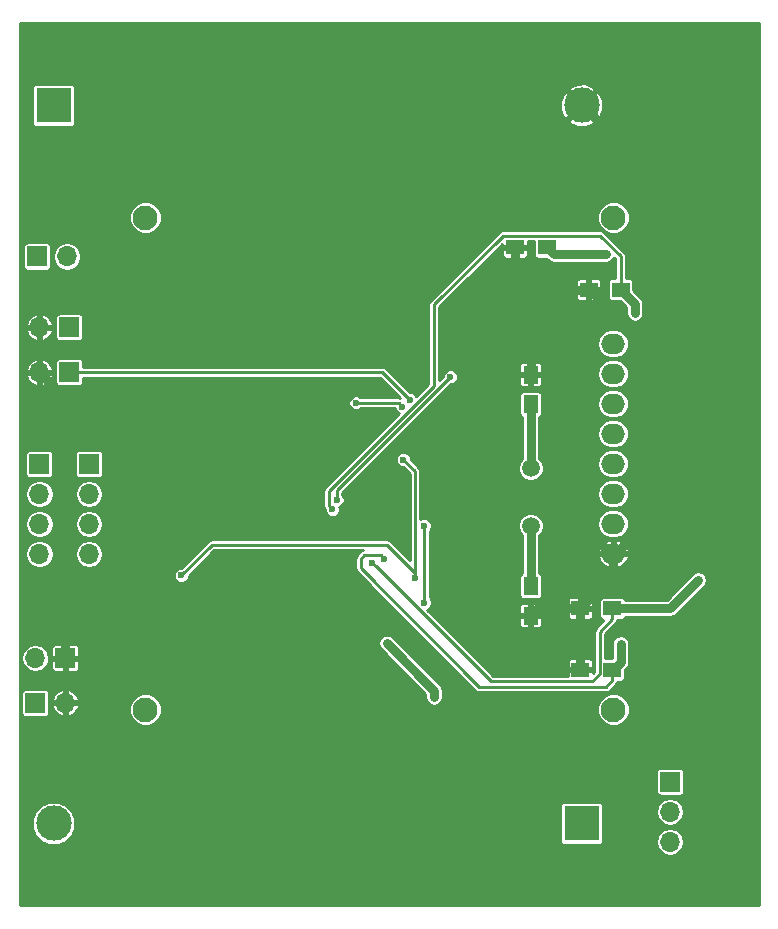
<source format=gbl>
G04 #@! TF.FileFunction,Copper,L2,Bot,Signal*
%FSLAX46Y46*%
G04 Gerber Fmt 4.6, Leading zero omitted, Abs format (unit mm)*
G04 Created by KiCad (PCBNEW 4.0.7) date 11/23/17 22:00:10*
%MOMM*%
%LPD*%
G01*
G04 APERTURE LIST*
%ADD10C,0.100000*%
%ADD11C,1.500000*%
%ADD12R,3.000000X3.000000*%
%ADD13C,3.000000*%
%ADD14R,1.250000X1.500000*%
%ADD15R,1.700000X1.700000*%
%ADD16O,1.700000X1.700000*%
%ADD17R,1.500000X1.300000*%
%ADD18O,2.000000X1.724000*%
%ADD19C,2.100000*%
%ADD20C,0.600000*%
%ADD21C,0.800000*%
%ADD22C,0.250000*%
%ADD23C,0.254000*%
G04 APERTURE END LIST*
D10*
D11*
X179600000Y-133800000D03*
X179600000Y-128920000D03*
D12*
X183900000Y-159000000D03*
D13*
X139200000Y-159000000D03*
D12*
X139200000Y-98200000D03*
D13*
X183900000Y-98200000D03*
D14*
X179600000Y-123500000D03*
X179600000Y-121000000D03*
X179600000Y-138900000D03*
X179600000Y-141400000D03*
D15*
X138000000Y-128580000D03*
D16*
X138000000Y-131120000D03*
X138000000Y-133660000D03*
X138000000Y-136200000D03*
D15*
X142200000Y-128580000D03*
D16*
X142200000Y-131120000D03*
X142200000Y-133660000D03*
X142200000Y-136200000D03*
D15*
X140200000Y-145000000D03*
D16*
X137660000Y-145000000D03*
D15*
X137800000Y-111000000D03*
D16*
X140340000Y-111000000D03*
D15*
X137660000Y-148800000D03*
D16*
X140200000Y-148800000D03*
D15*
X140540000Y-120800000D03*
D16*
X138000000Y-120800000D03*
D15*
X140540000Y-117000000D03*
D16*
X138000000Y-117000000D03*
D17*
X180950000Y-110200000D03*
X178250000Y-110200000D03*
X187200000Y-113800000D03*
X184500000Y-113800000D03*
X186500000Y-140800000D03*
X183800000Y-140800000D03*
X186500000Y-146000000D03*
X183800000Y-146000000D03*
D15*
X191400000Y-155460000D03*
D16*
X191400000Y-158000000D03*
X191400000Y-160540000D03*
D18*
X186600000Y-118370000D03*
X186600000Y-120910000D03*
X186600000Y-123450000D03*
X186600000Y-125990000D03*
X186600000Y-128530000D03*
X186600000Y-131070000D03*
X186600000Y-133610000D03*
X186600000Y-136150000D03*
D19*
X186600000Y-107702000D03*
X186600000Y-149358000D03*
X146976000Y-149358000D03*
X146976000Y-107702000D03*
D20*
X183050000Y-132800000D03*
X161000000Y-138200000D03*
X167400000Y-143750000D03*
X171400000Y-148300000D03*
X170591650Y-140307752D03*
X170574990Y-133800000D03*
X168739845Y-123739846D03*
X164800000Y-123400000D03*
X150000000Y-138000000D03*
X168800000Y-128200000D03*
X169800000Y-138200000D03*
X169339844Y-123139847D03*
X172800000Y-121200000D03*
X163200000Y-131600000D03*
X186000000Y-110800000D03*
X162800000Y-132400000D03*
X188400000Y-115800000D03*
X166200000Y-136925011D03*
X193800000Y-138400000D03*
X167200000Y-136600000D03*
X187200000Y-143800000D03*
D21*
X186600000Y-138000000D02*
X186600000Y-136350000D01*
X186600000Y-136350000D02*
X183050000Y-132800000D01*
X190750000Y-116700000D02*
X190750000Y-105050000D01*
X190750000Y-105050000D02*
X183900000Y-98200000D01*
X189400000Y-118050000D02*
X190750000Y-116700000D01*
X188200010Y-118050000D02*
X188200010Y-117400010D01*
X188200010Y-134717990D02*
X188200010Y-118050000D01*
X188200010Y-118050000D02*
X189400000Y-118050000D01*
D22*
X161000000Y-138200000D02*
X154200000Y-145000000D01*
X154200000Y-145000000D02*
X140200000Y-145000000D01*
D21*
X138000000Y-120800000D02*
X138849999Y-121649999D01*
X138849999Y-121649999D02*
X138849999Y-122449997D01*
X138849999Y-122449997D02*
X140200000Y-123799998D01*
X140200000Y-123799998D02*
X140200000Y-143350000D01*
X140200000Y-143350000D02*
X140200000Y-145000000D01*
X184500000Y-113800000D02*
X182950000Y-113800000D01*
X182950000Y-113800000D02*
X179600000Y-117150000D01*
X179600000Y-117150000D02*
X179600000Y-119450000D01*
X179600000Y-119450000D02*
X179600000Y-121000000D01*
X186600000Y-136180000D02*
X186738000Y-136180000D01*
X186738000Y-136180000D02*
X188200010Y-134717990D01*
X188200010Y-117400010D02*
X184600000Y-113800000D01*
X184600000Y-113800000D02*
X184500000Y-113800000D01*
X184500000Y-113800000D02*
X180400000Y-113800000D01*
X180400000Y-113800000D02*
X178250000Y-111650000D01*
X178250000Y-111650000D02*
X178250000Y-110200000D01*
X183800000Y-140800000D02*
X180200000Y-140800000D01*
X183800000Y-140800000D02*
X183800000Y-146000000D01*
X186600000Y-138000000D02*
X183800000Y-140800000D01*
X186600000Y-136180000D02*
X186600000Y-138000000D01*
X180200000Y-140800000D02*
X179600000Y-141400000D01*
X179600000Y-128920000D02*
X179600000Y-123500000D01*
X179600000Y-133800000D02*
X179600000Y-138900000D01*
X171400000Y-148300000D02*
X171400000Y-147750000D01*
X171400000Y-147750000D02*
X167400000Y-143750000D01*
D22*
X170574990Y-133800000D02*
X170574990Y-140291092D01*
X170574990Y-140291092D02*
X170591650Y-140307752D01*
X164800000Y-123400000D02*
X168399999Y-123400000D01*
X168399999Y-123400000D02*
X168439846Y-123439847D01*
X168439846Y-123439847D02*
X168739845Y-123739846D01*
X167424264Y-135400000D02*
X152600000Y-135400000D01*
X152600000Y-135400000D02*
X150000000Y-138000000D01*
X169800000Y-138200000D02*
X169800000Y-137775736D01*
X169800000Y-137775736D02*
X167424264Y-135400000D01*
X169800000Y-138200000D02*
X169800000Y-129200000D01*
X169800000Y-129200000D02*
X168800000Y-128200000D01*
X169039845Y-122839848D02*
X169339844Y-123139847D01*
X140540000Y-120800000D02*
X166999997Y-120800000D01*
X166999997Y-120800000D02*
X169039845Y-122839848D01*
X172800000Y-121200000D02*
X163200000Y-130800000D01*
X163200000Y-130800000D02*
X163200000Y-131600000D01*
D21*
X186000000Y-110800000D02*
X181550000Y-110800000D01*
X181550000Y-110800000D02*
X180950000Y-110200000D01*
D22*
X162500001Y-132100001D02*
X162800000Y-132400000D01*
X177239999Y-109224999D02*
X171400000Y-115064998D01*
X171400000Y-121963590D02*
X162500001Y-130863589D01*
X185450317Y-109224999D02*
X177239999Y-109224999D01*
X187200000Y-113800000D02*
X187200000Y-110974682D01*
X171400000Y-115064998D02*
X171400000Y-121963590D01*
X162500001Y-130863589D02*
X162500001Y-132100001D01*
X187200000Y-110974682D02*
X185450317Y-109224999D01*
D21*
X188400000Y-115800000D02*
X188400000Y-115000000D01*
X188400000Y-115000000D02*
X187200000Y-113800000D01*
D22*
X176249990Y-146975001D02*
X166499999Y-137225010D01*
X184810001Y-146975001D02*
X176249990Y-146975001D01*
X185424999Y-146360003D02*
X184810001Y-146975001D01*
X185424999Y-142775001D02*
X185424999Y-146360003D01*
X166499999Y-137225010D02*
X166200000Y-136925011D01*
X186500000Y-140800000D02*
X186500000Y-141700000D01*
X186500000Y-141700000D02*
X185424999Y-142775001D01*
D21*
X193800000Y-138400000D02*
X191400000Y-140800000D01*
X191400000Y-140800000D02*
X186500000Y-140800000D01*
D22*
X165200000Y-137400000D02*
X175225012Y-147425012D01*
X175225012Y-147425012D02*
X185974988Y-147425012D01*
X185974988Y-147425012D02*
X186500000Y-146900000D01*
X186500000Y-146900000D02*
X186500000Y-146000000D01*
X165200000Y-136600000D02*
X165200000Y-137400000D01*
X165499999Y-136300001D02*
X165200000Y-136600000D01*
X166900001Y-136300001D02*
X165499999Y-136300001D01*
X167200000Y-136600000D02*
X166900001Y-136300001D01*
D21*
X187200000Y-143800000D02*
X187200000Y-145300000D01*
X187200000Y-145300000D02*
X186500000Y-146000000D01*
D23*
G36*
X198890000Y-165940000D02*
X136360000Y-165940000D01*
X136360000Y-159363403D01*
X137364682Y-159363403D01*
X137643455Y-160038086D01*
X138159199Y-160554730D01*
X138833395Y-160834681D01*
X139563403Y-160835318D01*
X140238086Y-160556545D01*
X140754730Y-160040801D01*
X141034681Y-159366605D01*
X141035318Y-158636597D01*
X140756545Y-157961914D01*
X140295436Y-157500000D01*
X182058437Y-157500000D01*
X182058437Y-160500000D01*
X182081796Y-160624144D01*
X182155165Y-160738162D01*
X182267113Y-160814653D01*
X182400000Y-160841563D01*
X185400000Y-160841563D01*
X185524144Y-160818204D01*
X185638162Y-160744835D01*
X185714653Y-160632887D01*
X185733462Y-160540000D01*
X190191784Y-160540000D01*
X190281987Y-160993480D01*
X190538862Y-161377922D01*
X190923304Y-161634797D01*
X191376784Y-161725000D01*
X191423216Y-161725000D01*
X191876696Y-161634797D01*
X192261138Y-161377922D01*
X192518013Y-160993480D01*
X192608216Y-160540000D01*
X192518013Y-160086520D01*
X192261138Y-159702078D01*
X191876696Y-159445203D01*
X191423216Y-159355000D01*
X191376784Y-159355000D01*
X190923304Y-159445203D01*
X190538862Y-159702078D01*
X190281987Y-160086520D01*
X190191784Y-160540000D01*
X185733462Y-160540000D01*
X185741563Y-160500000D01*
X185741563Y-158000000D01*
X190191784Y-158000000D01*
X190281987Y-158453480D01*
X190538862Y-158837922D01*
X190923304Y-159094797D01*
X191376784Y-159185000D01*
X191423216Y-159185000D01*
X191876696Y-159094797D01*
X192261138Y-158837922D01*
X192518013Y-158453480D01*
X192608216Y-158000000D01*
X192518013Y-157546520D01*
X192261138Y-157162078D01*
X191876696Y-156905203D01*
X191423216Y-156815000D01*
X191376784Y-156815000D01*
X190923304Y-156905203D01*
X190538862Y-157162078D01*
X190281987Y-157546520D01*
X190191784Y-158000000D01*
X185741563Y-158000000D01*
X185741563Y-157500000D01*
X185718204Y-157375856D01*
X185644835Y-157261838D01*
X185532887Y-157185347D01*
X185400000Y-157158437D01*
X182400000Y-157158437D01*
X182275856Y-157181796D01*
X182161838Y-157255165D01*
X182085347Y-157367113D01*
X182058437Y-157500000D01*
X140295436Y-157500000D01*
X140240801Y-157445270D01*
X139566605Y-157165319D01*
X138836597Y-157164682D01*
X138161914Y-157443455D01*
X137645270Y-157959199D01*
X137365319Y-158633395D01*
X137364682Y-159363403D01*
X136360000Y-159363403D01*
X136360000Y-154610000D01*
X190208437Y-154610000D01*
X190208437Y-156310000D01*
X190231796Y-156434144D01*
X190305165Y-156548162D01*
X190417113Y-156624653D01*
X190550000Y-156651563D01*
X192250000Y-156651563D01*
X192374144Y-156628204D01*
X192488162Y-156554835D01*
X192564653Y-156442887D01*
X192591563Y-156310000D01*
X192591563Y-154610000D01*
X192568204Y-154485856D01*
X192494835Y-154371838D01*
X192382887Y-154295347D01*
X192250000Y-154268437D01*
X190550000Y-154268437D01*
X190425856Y-154291796D01*
X190311838Y-154365165D01*
X190235347Y-154477113D01*
X190208437Y-154610000D01*
X136360000Y-154610000D01*
X136360000Y-147950000D01*
X136468437Y-147950000D01*
X136468437Y-149650000D01*
X136491796Y-149774144D01*
X136565165Y-149888162D01*
X136677113Y-149964653D01*
X136810000Y-149991563D01*
X138510000Y-149991563D01*
X138634144Y-149968204D01*
X138748162Y-149894835D01*
X138824653Y-149782887D01*
X138851563Y-149650000D01*
X138851563Y-149109745D01*
X139056186Y-149109745D01*
X139261788Y-149523886D01*
X139610224Y-149827822D01*
X139890256Y-149943803D01*
X140073000Y-149893902D01*
X140073000Y-148927000D01*
X140327000Y-148927000D01*
X140327000Y-149893902D01*
X140509744Y-149943803D01*
X140789776Y-149827822D01*
X141013942Y-149632285D01*
X145590760Y-149632285D01*
X145801169Y-150141515D01*
X146190436Y-150531461D01*
X146699298Y-150742759D01*
X147250285Y-150743240D01*
X147759515Y-150532831D01*
X148149461Y-150143564D01*
X148360759Y-149634702D01*
X148360761Y-149632285D01*
X185214760Y-149632285D01*
X185425169Y-150141515D01*
X185814436Y-150531461D01*
X186323298Y-150742759D01*
X186874285Y-150743240D01*
X187383515Y-150532831D01*
X187773461Y-150143564D01*
X187984759Y-149634702D01*
X187985240Y-149083715D01*
X187774831Y-148574485D01*
X187385564Y-148184539D01*
X186876702Y-147973241D01*
X186325715Y-147972760D01*
X185816485Y-148183169D01*
X185426539Y-148572436D01*
X185215241Y-149081298D01*
X185214760Y-149632285D01*
X148360761Y-149632285D01*
X148361240Y-149083715D01*
X148150831Y-148574485D01*
X147761564Y-148184539D01*
X147252702Y-147973241D01*
X146701715Y-147972760D01*
X146192485Y-148183169D01*
X145802539Y-148572436D01*
X145591241Y-149081298D01*
X145590760Y-149632285D01*
X141013942Y-149632285D01*
X141138212Y-149523886D01*
X141343814Y-149109745D01*
X141294437Y-148927000D01*
X140327000Y-148927000D01*
X140073000Y-148927000D01*
X139105563Y-148927000D01*
X139056186Y-149109745D01*
X138851563Y-149109745D01*
X138851563Y-148490255D01*
X139056186Y-148490255D01*
X139105563Y-148673000D01*
X140073000Y-148673000D01*
X140073000Y-147706098D01*
X140327000Y-147706098D01*
X140327000Y-148673000D01*
X141294437Y-148673000D01*
X141343814Y-148490255D01*
X141138212Y-148076114D01*
X140789776Y-147772178D01*
X140509744Y-147656197D01*
X140327000Y-147706098D01*
X140073000Y-147706098D01*
X139890256Y-147656197D01*
X139610224Y-147772178D01*
X139261788Y-148076114D01*
X139056186Y-148490255D01*
X138851563Y-148490255D01*
X138851563Y-147950000D01*
X138828204Y-147825856D01*
X138754835Y-147711838D01*
X138642887Y-147635347D01*
X138510000Y-147608437D01*
X136810000Y-147608437D01*
X136685856Y-147631796D01*
X136571838Y-147705165D01*
X136495347Y-147817113D01*
X136468437Y-147950000D01*
X136360000Y-147950000D01*
X136360000Y-144976784D01*
X136475000Y-144976784D01*
X136475000Y-145023216D01*
X136565203Y-145476696D01*
X136822078Y-145861138D01*
X137206520Y-146118013D01*
X137660000Y-146208216D01*
X138113480Y-146118013D01*
X138497922Y-145861138D01*
X138754797Y-145476696D01*
X138807697Y-145210750D01*
X139015000Y-145210750D01*
X139015000Y-145916636D01*
X139066001Y-146039763D01*
X139160238Y-146134000D01*
X139283365Y-146185000D01*
X139989250Y-146185000D01*
X140073000Y-146101250D01*
X140073000Y-145127000D01*
X140327000Y-145127000D01*
X140327000Y-146101250D01*
X140410750Y-146185000D01*
X141116635Y-146185000D01*
X141239762Y-146134000D01*
X141333999Y-146039763D01*
X141385000Y-145916636D01*
X141385000Y-145210750D01*
X141301250Y-145127000D01*
X140327000Y-145127000D01*
X140073000Y-145127000D01*
X139098750Y-145127000D01*
X139015000Y-145210750D01*
X138807697Y-145210750D01*
X138845000Y-145023216D01*
X138845000Y-144976784D01*
X138754797Y-144523304D01*
X138497922Y-144138862D01*
X138414864Y-144083364D01*
X139015000Y-144083364D01*
X139015000Y-144789250D01*
X139098750Y-144873000D01*
X140073000Y-144873000D01*
X140073000Y-143898750D01*
X140327000Y-143898750D01*
X140327000Y-144873000D01*
X141301250Y-144873000D01*
X141385000Y-144789250D01*
X141385000Y-144083364D01*
X141333999Y-143960237D01*
X141239762Y-143866000D01*
X141116635Y-143815000D01*
X140410750Y-143815000D01*
X140327000Y-143898750D01*
X140073000Y-143898750D01*
X139989250Y-143815000D01*
X139283365Y-143815000D01*
X139160238Y-143866000D01*
X139066001Y-143960237D01*
X139015000Y-144083364D01*
X138414864Y-144083364D01*
X138113480Y-143881987D01*
X137660000Y-143791784D01*
X137206520Y-143881987D01*
X136822078Y-144138862D01*
X136565203Y-144523304D01*
X136475000Y-144976784D01*
X136360000Y-144976784D01*
X136360000Y-143750000D01*
X166665001Y-143750000D01*
X166720949Y-144031272D01*
X166880277Y-144269723D01*
X170665000Y-148054447D01*
X170665000Y-148300000D01*
X170720949Y-148581272D01*
X170880277Y-148819723D01*
X171118728Y-148979051D01*
X171400000Y-149035000D01*
X171681272Y-148979051D01*
X171919723Y-148819723D01*
X172079051Y-148581272D01*
X172135000Y-148300000D01*
X172135000Y-147750000D01*
X172079051Y-147468728D01*
X172033119Y-147399986D01*
X171919723Y-147230276D01*
X167919723Y-143230277D01*
X167681272Y-143070949D01*
X167400000Y-143015001D01*
X167118728Y-143070949D01*
X166880277Y-143230277D01*
X166720949Y-143468728D01*
X166665001Y-143750000D01*
X136360000Y-143750000D01*
X136360000Y-138125755D01*
X149364890Y-138125755D01*
X149461360Y-138359228D01*
X149639832Y-138538013D01*
X149873137Y-138634889D01*
X150125755Y-138635110D01*
X150359228Y-138538640D01*
X150538013Y-138360168D01*
X150634889Y-138126863D01*
X150634986Y-138015552D01*
X152790538Y-135860000D01*
X165399456Y-135860000D01*
X165323964Y-135875016D01*
X165174730Y-135974732D01*
X164874731Y-136274731D01*
X164775015Y-136423965D01*
X164775015Y-136423966D01*
X164740000Y-136600000D01*
X164740000Y-137400000D01*
X164775015Y-137576035D01*
X164874731Y-137725269D01*
X174899743Y-147750281D01*
X175048977Y-147849997D01*
X175225012Y-147885012D01*
X185974988Y-147885012D01*
X186151023Y-147849997D01*
X186300257Y-147750281D01*
X186825269Y-147225269D01*
X186924985Y-147076035D01*
X186941787Y-146991563D01*
X187250000Y-146991563D01*
X187374144Y-146968204D01*
X187488162Y-146894835D01*
X187564653Y-146782887D01*
X187591563Y-146650000D01*
X187591563Y-145947884D01*
X187719723Y-145819724D01*
X187879051Y-145581273D01*
X187899140Y-145480277D01*
X187935000Y-145300000D01*
X187935000Y-143800000D01*
X187879051Y-143518728D01*
X187719723Y-143280277D01*
X187481272Y-143120949D01*
X187200000Y-143065000D01*
X186918728Y-143120949D01*
X186680277Y-143280277D01*
X186520949Y-143518728D01*
X186465000Y-143800000D01*
X186465000Y-144995553D01*
X186452116Y-145008437D01*
X185884999Y-145008437D01*
X185884999Y-142965539D01*
X186825269Y-142025269D01*
X186924985Y-141876035D01*
X186941787Y-141791563D01*
X187250000Y-141791563D01*
X187374144Y-141768204D01*
X187488162Y-141694835D01*
X187564653Y-141582887D01*
X187574350Y-141535000D01*
X191400000Y-141535000D01*
X191681272Y-141479051D01*
X191919723Y-141319723D01*
X194319724Y-138919723D01*
X194479051Y-138681272D01*
X194535000Y-138400000D01*
X194479051Y-138118727D01*
X194319724Y-137880276D01*
X194081273Y-137720949D01*
X193800000Y-137665000D01*
X193518728Y-137720949D01*
X193280277Y-137880276D01*
X191095554Y-140065000D01*
X187575569Y-140065000D01*
X187568204Y-140025856D01*
X187494835Y-139911838D01*
X187382887Y-139835347D01*
X187250000Y-139808437D01*
X185750000Y-139808437D01*
X185625856Y-139831796D01*
X185511838Y-139905165D01*
X185435347Y-140017113D01*
X185408437Y-140150000D01*
X185408437Y-141450000D01*
X185431796Y-141574144D01*
X185505165Y-141688162D01*
X185617113Y-141764653D01*
X185750000Y-141791563D01*
X185757899Y-141791563D01*
X185099730Y-142449732D01*
X185000014Y-142598966D01*
X185000014Y-142598967D01*
X184964999Y-142775001D01*
X184964999Y-146169465D01*
X184885000Y-146249464D01*
X184885000Y-146210750D01*
X184801250Y-146127000D01*
X183927000Y-146127000D01*
X183927000Y-146147000D01*
X183673000Y-146147000D01*
X183673000Y-146127000D01*
X182798750Y-146127000D01*
X182715000Y-146210750D01*
X182715000Y-146515001D01*
X176440528Y-146515001D01*
X175208892Y-145283365D01*
X182715000Y-145283365D01*
X182715000Y-145789250D01*
X182798750Y-145873000D01*
X183673000Y-145873000D01*
X183673000Y-145098750D01*
X183927000Y-145098750D01*
X183927000Y-145873000D01*
X184801250Y-145873000D01*
X184885000Y-145789250D01*
X184885000Y-145283365D01*
X184834000Y-145160238D01*
X184739763Y-145066001D01*
X184616636Y-145015000D01*
X184010750Y-145015000D01*
X183927000Y-145098750D01*
X183673000Y-145098750D01*
X183589250Y-145015000D01*
X182983364Y-145015000D01*
X182860237Y-145066001D01*
X182766000Y-145160238D01*
X182715000Y-145283365D01*
X175208892Y-145283365D01*
X171536277Y-141610750D01*
X178640000Y-141610750D01*
X178640000Y-142216636D01*
X178691001Y-142339763D01*
X178785238Y-142434000D01*
X178908365Y-142485000D01*
X179389250Y-142485000D01*
X179473000Y-142401250D01*
X179473000Y-141527000D01*
X179727000Y-141527000D01*
X179727000Y-142401250D01*
X179810750Y-142485000D01*
X180291635Y-142485000D01*
X180414762Y-142434000D01*
X180508999Y-142339763D01*
X180560000Y-142216636D01*
X180560000Y-141610750D01*
X180476250Y-141527000D01*
X179727000Y-141527000D01*
X179473000Y-141527000D01*
X178723750Y-141527000D01*
X178640000Y-141610750D01*
X171536277Y-141610750D01*
X170824244Y-140898717D01*
X170950878Y-140846392D01*
X171129663Y-140667920D01*
X171164773Y-140583364D01*
X178640000Y-140583364D01*
X178640000Y-141189250D01*
X178723750Y-141273000D01*
X179473000Y-141273000D01*
X179473000Y-140398750D01*
X179727000Y-140398750D01*
X179727000Y-141273000D01*
X180476250Y-141273000D01*
X180560000Y-141189250D01*
X180560000Y-141010750D01*
X182715000Y-141010750D01*
X182715000Y-141516635D01*
X182766000Y-141639762D01*
X182860237Y-141733999D01*
X182983364Y-141785000D01*
X183589250Y-141785000D01*
X183673000Y-141701250D01*
X183673000Y-140927000D01*
X183927000Y-140927000D01*
X183927000Y-141701250D01*
X184010750Y-141785000D01*
X184616636Y-141785000D01*
X184739763Y-141733999D01*
X184834000Y-141639762D01*
X184885000Y-141516635D01*
X184885000Y-141010750D01*
X184801250Y-140927000D01*
X183927000Y-140927000D01*
X183673000Y-140927000D01*
X182798750Y-140927000D01*
X182715000Y-141010750D01*
X180560000Y-141010750D01*
X180560000Y-140583364D01*
X180508999Y-140460237D01*
X180414762Y-140366000D01*
X180291635Y-140315000D01*
X179810750Y-140315000D01*
X179727000Y-140398750D01*
X179473000Y-140398750D01*
X179389250Y-140315000D01*
X178908365Y-140315000D01*
X178785238Y-140366000D01*
X178691001Y-140460237D01*
X178640000Y-140583364D01*
X171164773Y-140583364D01*
X171226539Y-140434615D01*
X171226760Y-140181997D01*
X171186006Y-140083365D01*
X182715000Y-140083365D01*
X182715000Y-140589250D01*
X182798750Y-140673000D01*
X183673000Y-140673000D01*
X183673000Y-139898750D01*
X183927000Y-139898750D01*
X183927000Y-140673000D01*
X184801250Y-140673000D01*
X184885000Y-140589250D01*
X184885000Y-140083365D01*
X184834000Y-139960238D01*
X184739763Y-139866001D01*
X184616636Y-139815000D01*
X184010750Y-139815000D01*
X183927000Y-139898750D01*
X183673000Y-139898750D01*
X183589250Y-139815000D01*
X182983364Y-139815000D01*
X182860237Y-139866001D01*
X182766000Y-139960238D01*
X182715000Y-140083365D01*
X171186006Y-140083365D01*
X171130290Y-139948524D01*
X171034990Y-139853057D01*
X171034990Y-134238044D01*
X171113003Y-134160168D01*
X171173334Y-134014873D01*
X178514812Y-134014873D01*
X178679646Y-134413800D01*
X178865000Y-134599478D01*
X178865000Y-137829135D01*
X178850856Y-137831796D01*
X178736838Y-137905165D01*
X178660347Y-138017113D01*
X178633437Y-138150000D01*
X178633437Y-139650000D01*
X178656796Y-139774144D01*
X178730165Y-139888162D01*
X178842113Y-139964653D01*
X178975000Y-139991563D01*
X180225000Y-139991563D01*
X180349144Y-139968204D01*
X180463162Y-139894835D01*
X180539653Y-139782887D01*
X180566563Y-139650000D01*
X180566563Y-138150000D01*
X180543204Y-138025856D01*
X180469835Y-137911838D01*
X180357887Y-137835347D01*
X180335000Y-137830712D01*
X180335000Y-136461632D01*
X185306277Y-136461632D01*
X185499601Y-136862820D01*
X185845644Y-137176854D01*
X186285521Y-137334559D01*
X186473000Y-137263832D01*
X186473000Y-136277000D01*
X186727000Y-136277000D01*
X186727000Y-137263832D01*
X186914479Y-137334559D01*
X187354356Y-137176854D01*
X187700399Y-136862820D01*
X187893723Y-136461632D01*
X187843982Y-136277000D01*
X186727000Y-136277000D01*
X186473000Y-136277000D01*
X185356018Y-136277000D01*
X185306277Y-136461632D01*
X180335000Y-136461632D01*
X180335000Y-135838368D01*
X185306277Y-135838368D01*
X185356018Y-136023000D01*
X186473000Y-136023000D01*
X186473000Y-135036168D01*
X186727000Y-135036168D01*
X186727000Y-136023000D01*
X187843982Y-136023000D01*
X187893723Y-135838368D01*
X187700399Y-135437180D01*
X187354356Y-135123146D01*
X186914479Y-134965441D01*
X186727000Y-135036168D01*
X186473000Y-135036168D01*
X186285521Y-134965441D01*
X185845644Y-135123146D01*
X185499601Y-135437180D01*
X185306277Y-135838368D01*
X180335000Y-135838368D01*
X180335000Y-134599365D01*
X180519282Y-134415405D01*
X180684811Y-134016767D01*
X180685166Y-133610000D01*
X185238846Y-133610000D01*
X185329962Y-134068072D01*
X185589439Y-134456407D01*
X185977774Y-134715884D01*
X186435846Y-134807000D01*
X186764154Y-134807000D01*
X187222226Y-134715884D01*
X187610561Y-134456407D01*
X187870038Y-134068072D01*
X187961154Y-133610000D01*
X187870038Y-133151928D01*
X187610561Y-132763593D01*
X187222226Y-132504116D01*
X186764154Y-132413000D01*
X186435846Y-132413000D01*
X185977774Y-132504116D01*
X185589439Y-132763593D01*
X185329962Y-133151928D01*
X185238846Y-133610000D01*
X180685166Y-133610000D01*
X180685188Y-133585127D01*
X180520354Y-133186200D01*
X180215405Y-132880718D01*
X179816767Y-132715189D01*
X179385127Y-132714812D01*
X178986200Y-132879646D01*
X178680718Y-133184595D01*
X178515189Y-133583233D01*
X178514812Y-134014873D01*
X171173334Y-134014873D01*
X171209879Y-133926863D01*
X171210100Y-133674245D01*
X171113630Y-133440772D01*
X170935158Y-133261987D01*
X170701853Y-133165111D01*
X170449235Y-133164890D01*
X170260000Y-133243081D01*
X170260000Y-131070000D01*
X185238846Y-131070000D01*
X185329962Y-131528072D01*
X185589439Y-131916407D01*
X185977774Y-132175884D01*
X186435846Y-132267000D01*
X186764154Y-132267000D01*
X187222226Y-132175884D01*
X187610561Y-131916407D01*
X187870038Y-131528072D01*
X187961154Y-131070000D01*
X187870038Y-130611928D01*
X187610561Y-130223593D01*
X187222226Y-129964116D01*
X186764154Y-129873000D01*
X186435846Y-129873000D01*
X185977774Y-129964116D01*
X185589439Y-130223593D01*
X185329962Y-130611928D01*
X185238846Y-131070000D01*
X170260000Y-131070000D01*
X170260000Y-129200000D01*
X170247046Y-129134873D01*
X178514812Y-129134873D01*
X178679646Y-129533800D01*
X178984595Y-129839282D01*
X179383233Y-130004811D01*
X179814873Y-130005188D01*
X180213800Y-129840354D01*
X180519282Y-129535405D01*
X180684811Y-129136767D01*
X180685188Y-128705127D01*
X180612827Y-128530000D01*
X185238846Y-128530000D01*
X185329962Y-128988072D01*
X185589439Y-129376407D01*
X185977774Y-129635884D01*
X186435846Y-129727000D01*
X186764154Y-129727000D01*
X187222226Y-129635884D01*
X187610561Y-129376407D01*
X187870038Y-128988072D01*
X187961154Y-128530000D01*
X187870038Y-128071928D01*
X187610561Y-127683593D01*
X187222226Y-127424116D01*
X186764154Y-127333000D01*
X186435846Y-127333000D01*
X185977774Y-127424116D01*
X185589439Y-127683593D01*
X185329962Y-128071928D01*
X185238846Y-128530000D01*
X180612827Y-128530000D01*
X180520354Y-128306200D01*
X180335000Y-128120522D01*
X180335000Y-125990000D01*
X185238846Y-125990000D01*
X185329962Y-126448072D01*
X185589439Y-126836407D01*
X185977774Y-127095884D01*
X186435846Y-127187000D01*
X186764154Y-127187000D01*
X187222226Y-127095884D01*
X187610561Y-126836407D01*
X187870038Y-126448072D01*
X187961154Y-125990000D01*
X187870038Y-125531928D01*
X187610561Y-125143593D01*
X187222226Y-124884116D01*
X186764154Y-124793000D01*
X186435846Y-124793000D01*
X185977774Y-124884116D01*
X185589439Y-125143593D01*
X185329962Y-125531928D01*
X185238846Y-125990000D01*
X180335000Y-125990000D01*
X180335000Y-124570865D01*
X180349144Y-124568204D01*
X180463162Y-124494835D01*
X180539653Y-124382887D01*
X180566563Y-124250000D01*
X180566563Y-123450000D01*
X185238846Y-123450000D01*
X185329962Y-123908072D01*
X185589439Y-124296407D01*
X185977774Y-124555884D01*
X186435846Y-124647000D01*
X186764154Y-124647000D01*
X187222226Y-124555884D01*
X187610561Y-124296407D01*
X187870038Y-123908072D01*
X187961154Y-123450000D01*
X187870038Y-122991928D01*
X187610561Y-122603593D01*
X187222226Y-122344116D01*
X186764154Y-122253000D01*
X186435846Y-122253000D01*
X185977774Y-122344116D01*
X185589439Y-122603593D01*
X185329962Y-122991928D01*
X185238846Y-123450000D01*
X180566563Y-123450000D01*
X180566563Y-122750000D01*
X180543204Y-122625856D01*
X180469835Y-122511838D01*
X180357887Y-122435347D01*
X180225000Y-122408437D01*
X178975000Y-122408437D01*
X178850856Y-122431796D01*
X178736838Y-122505165D01*
X178660347Y-122617113D01*
X178633437Y-122750000D01*
X178633437Y-124250000D01*
X178656796Y-124374144D01*
X178730165Y-124488162D01*
X178842113Y-124564653D01*
X178865000Y-124569288D01*
X178865000Y-128120635D01*
X178680718Y-128304595D01*
X178515189Y-128703233D01*
X178514812Y-129134873D01*
X170247046Y-129134873D01*
X170224985Y-129023966D01*
X170224985Y-129023965D01*
X170125269Y-128874731D01*
X169435014Y-128184476D01*
X169435110Y-128074245D01*
X169338640Y-127840772D01*
X169160168Y-127661987D01*
X168926863Y-127565111D01*
X168674245Y-127564890D01*
X168440772Y-127661360D01*
X168261987Y-127839832D01*
X168165111Y-128073137D01*
X168164890Y-128325755D01*
X168261360Y-128559228D01*
X168439832Y-128738013D01*
X168673137Y-128834889D01*
X168784448Y-128834986D01*
X169340000Y-129390538D01*
X169340000Y-136665198D01*
X167749533Y-135074731D01*
X167600299Y-134975015D01*
X167424264Y-134940000D01*
X152600000Y-134940000D01*
X152423966Y-134975015D01*
X152274731Y-135074731D01*
X149984476Y-137364986D01*
X149874245Y-137364890D01*
X149640772Y-137461360D01*
X149461987Y-137639832D01*
X149365111Y-137873137D01*
X149364890Y-138125755D01*
X136360000Y-138125755D01*
X136360000Y-136200000D01*
X136791784Y-136200000D01*
X136881987Y-136653480D01*
X137138862Y-137037922D01*
X137523304Y-137294797D01*
X137976784Y-137385000D01*
X138023216Y-137385000D01*
X138476696Y-137294797D01*
X138861138Y-137037922D01*
X139118013Y-136653480D01*
X139208216Y-136200000D01*
X140991784Y-136200000D01*
X141081987Y-136653480D01*
X141338862Y-137037922D01*
X141723304Y-137294797D01*
X142176784Y-137385000D01*
X142223216Y-137385000D01*
X142676696Y-137294797D01*
X143061138Y-137037922D01*
X143318013Y-136653480D01*
X143408216Y-136200000D01*
X143318013Y-135746520D01*
X143061138Y-135362078D01*
X142676696Y-135105203D01*
X142223216Y-135015000D01*
X142176784Y-135015000D01*
X141723304Y-135105203D01*
X141338862Y-135362078D01*
X141081987Y-135746520D01*
X140991784Y-136200000D01*
X139208216Y-136200000D01*
X139118013Y-135746520D01*
X138861138Y-135362078D01*
X138476696Y-135105203D01*
X138023216Y-135015000D01*
X137976784Y-135015000D01*
X137523304Y-135105203D01*
X137138862Y-135362078D01*
X136881987Y-135746520D01*
X136791784Y-136200000D01*
X136360000Y-136200000D01*
X136360000Y-133660000D01*
X136791784Y-133660000D01*
X136881987Y-134113480D01*
X137138862Y-134497922D01*
X137523304Y-134754797D01*
X137976784Y-134845000D01*
X138023216Y-134845000D01*
X138476696Y-134754797D01*
X138861138Y-134497922D01*
X139118013Y-134113480D01*
X139208216Y-133660000D01*
X140991784Y-133660000D01*
X141081987Y-134113480D01*
X141338862Y-134497922D01*
X141723304Y-134754797D01*
X142176784Y-134845000D01*
X142223216Y-134845000D01*
X142676696Y-134754797D01*
X143061138Y-134497922D01*
X143318013Y-134113480D01*
X143408216Y-133660000D01*
X143318013Y-133206520D01*
X143061138Y-132822078D01*
X142676696Y-132565203D01*
X142223216Y-132475000D01*
X142176784Y-132475000D01*
X141723304Y-132565203D01*
X141338862Y-132822078D01*
X141081987Y-133206520D01*
X140991784Y-133660000D01*
X139208216Y-133660000D01*
X139118013Y-133206520D01*
X138861138Y-132822078D01*
X138476696Y-132565203D01*
X138023216Y-132475000D01*
X137976784Y-132475000D01*
X137523304Y-132565203D01*
X137138862Y-132822078D01*
X136881987Y-133206520D01*
X136791784Y-133660000D01*
X136360000Y-133660000D01*
X136360000Y-131120000D01*
X136791784Y-131120000D01*
X136881987Y-131573480D01*
X137138862Y-131957922D01*
X137523304Y-132214797D01*
X137976784Y-132305000D01*
X138023216Y-132305000D01*
X138476696Y-132214797D01*
X138861138Y-131957922D01*
X139118013Y-131573480D01*
X139208216Y-131120000D01*
X140991784Y-131120000D01*
X141081987Y-131573480D01*
X141338862Y-131957922D01*
X141723304Y-132214797D01*
X142176784Y-132305000D01*
X142223216Y-132305000D01*
X142676696Y-132214797D01*
X143061138Y-131957922D01*
X143318013Y-131573480D01*
X143408216Y-131120000D01*
X143318013Y-130666520D01*
X143061138Y-130282078D01*
X142676696Y-130025203D01*
X142223216Y-129935000D01*
X142176784Y-129935000D01*
X141723304Y-130025203D01*
X141338862Y-130282078D01*
X141081987Y-130666520D01*
X140991784Y-131120000D01*
X139208216Y-131120000D01*
X139118013Y-130666520D01*
X138861138Y-130282078D01*
X138476696Y-130025203D01*
X138023216Y-129935000D01*
X137976784Y-129935000D01*
X137523304Y-130025203D01*
X137138862Y-130282078D01*
X136881987Y-130666520D01*
X136791784Y-131120000D01*
X136360000Y-131120000D01*
X136360000Y-127730000D01*
X136808437Y-127730000D01*
X136808437Y-129430000D01*
X136831796Y-129554144D01*
X136905165Y-129668162D01*
X137017113Y-129744653D01*
X137150000Y-129771563D01*
X138850000Y-129771563D01*
X138974144Y-129748204D01*
X139088162Y-129674835D01*
X139164653Y-129562887D01*
X139191563Y-129430000D01*
X139191563Y-127730000D01*
X141008437Y-127730000D01*
X141008437Y-129430000D01*
X141031796Y-129554144D01*
X141105165Y-129668162D01*
X141217113Y-129744653D01*
X141350000Y-129771563D01*
X143050000Y-129771563D01*
X143174144Y-129748204D01*
X143288162Y-129674835D01*
X143364653Y-129562887D01*
X143391563Y-129430000D01*
X143391563Y-127730000D01*
X143368204Y-127605856D01*
X143294835Y-127491838D01*
X143182887Y-127415347D01*
X143050000Y-127388437D01*
X141350000Y-127388437D01*
X141225856Y-127411796D01*
X141111838Y-127485165D01*
X141035347Y-127597113D01*
X141008437Y-127730000D01*
X139191563Y-127730000D01*
X139168204Y-127605856D01*
X139094835Y-127491838D01*
X138982887Y-127415347D01*
X138850000Y-127388437D01*
X137150000Y-127388437D01*
X137025856Y-127411796D01*
X136911838Y-127485165D01*
X136835347Y-127597113D01*
X136808437Y-127730000D01*
X136360000Y-127730000D01*
X136360000Y-121109745D01*
X136856186Y-121109745D01*
X137061788Y-121523886D01*
X137410224Y-121827822D01*
X137690256Y-121943803D01*
X137873000Y-121893902D01*
X137873000Y-120927000D01*
X138127000Y-120927000D01*
X138127000Y-121893902D01*
X138309744Y-121943803D01*
X138589776Y-121827822D01*
X138938212Y-121523886D01*
X139143814Y-121109745D01*
X139094437Y-120927000D01*
X138127000Y-120927000D01*
X137873000Y-120927000D01*
X136905563Y-120927000D01*
X136856186Y-121109745D01*
X136360000Y-121109745D01*
X136360000Y-120490255D01*
X136856186Y-120490255D01*
X136905563Y-120673000D01*
X137873000Y-120673000D01*
X137873000Y-119706098D01*
X138127000Y-119706098D01*
X138127000Y-120673000D01*
X139094437Y-120673000D01*
X139143814Y-120490255D01*
X138938212Y-120076114D01*
X138793634Y-119950000D01*
X139348437Y-119950000D01*
X139348437Y-121650000D01*
X139371796Y-121774144D01*
X139445165Y-121888162D01*
X139557113Y-121964653D01*
X139690000Y-121991563D01*
X141390000Y-121991563D01*
X141514144Y-121968204D01*
X141628162Y-121894835D01*
X141704653Y-121782887D01*
X141731563Y-121650000D01*
X141731563Y-121260000D01*
X166809459Y-121260000D01*
X168511672Y-122962213D01*
X168399999Y-122940000D01*
X165238044Y-122940000D01*
X165160168Y-122861987D01*
X164926863Y-122765111D01*
X164674245Y-122764890D01*
X164440772Y-122861360D01*
X164261987Y-123039832D01*
X164165111Y-123273137D01*
X164164890Y-123525755D01*
X164261360Y-123759228D01*
X164439832Y-123938013D01*
X164673137Y-124034889D01*
X164925755Y-124035110D01*
X165159228Y-123938640D01*
X165238006Y-123860000D01*
X168104740Y-123860000D01*
X168104735Y-123865601D01*
X168201205Y-124099074D01*
X168379677Y-124277859D01*
X168418904Y-124294148D01*
X162174732Y-130538320D01*
X162075016Y-130687554D01*
X162040001Y-130863589D01*
X162040001Y-132100001D01*
X162075016Y-132276036D01*
X162164991Y-132410691D01*
X162164890Y-132525755D01*
X162261360Y-132759228D01*
X162439832Y-132938013D01*
X162673137Y-133034889D01*
X162925755Y-133035110D01*
X163159228Y-132938640D01*
X163338013Y-132760168D01*
X163434889Y-132526863D01*
X163435110Y-132274245D01*
X163405350Y-132202222D01*
X163559228Y-132138640D01*
X163738013Y-131960168D01*
X163834889Y-131726863D01*
X163835110Y-131474245D01*
X163738640Y-131240772D01*
X163660000Y-131161994D01*
X163660000Y-130990538D01*
X172815524Y-121835014D01*
X172925755Y-121835110D01*
X173159228Y-121738640D01*
X173338013Y-121560168D01*
X173434889Y-121326863D01*
X173434990Y-121210750D01*
X178640000Y-121210750D01*
X178640000Y-121816636D01*
X178691001Y-121939763D01*
X178785238Y-122034000D01*
X178908365Y-122085000D01*
X179389250Y-122085000D01*
X179473000Y-122001250D01*
X179473000Y-121127000D01*
X179727000Y-121127000D01*
X179727000Y-122001250D01*
X179810750Y-122085000D01*
X180291635Y-122085000D01*
X180414762Y-122034000D01*
X180508999Y-121939763D01*
X180560000Y-121816636D01*
X180560000Y-121210750D01*
X180476250Y-121127000D01*
X179727000Y-121127000D01*
X179473000Y-121127000D01*
X178723750Y-121127000D01*
X178640000Y-121210750D01*
X173434990Y-121210750D01*
X173435110Y-121074245D01*
X173367245Y-120910000D01*
X185238846Y-120910000D01*
X185329962Y-121368072D01*
X185589439Y-121756407D01*
X185977774Y-122015884D01*
X186435846Y-122107000D01*
X186764154Y-122107000D01*
X187222226Y-122015884D01*
X187610561Y-121756407D01*
X187870038Y-121368072D01*
X187961154Y-120910000D01*
X187870038Y-120451928D01*
X187610561Y-120063593D01*
X187222226Y-119804116D01*
X186764154Y-119713000D01*
X186435846Y-119713000D01*
X185977774Y-119804116D01*
X185589439Y-120063593D01*
X185329962Y-120451928D01*
X185238846Y-120910000D01*
X173367245Y-120910000D01*
X173338640Y-120840772D01*
X173160168Y-120661987D01*
X172926863Y-120565111D01*
X172674245Y-120564890D01*
X172440772Y-120661360D01*
X172261987Y-120839832D01*
X172165111Y-121073137D01*
X172165014Y-121184448D01*
X171860000Y-121489462D01*
X171860000Y-120183364D01*
X178640000Y-120183364D01*
X178640000Y-120789250D01*
X178723750Y-120873000D01*
X179473000Y-120873000D01*
X179473000Y-119998750D01*
X179727000Y-119998750D01*
X179727000Y-120873000D01*
X180476250Y-120873000D01*
X180560000Y-120789250D01*
X180560000Y-120183364D01*
X180508999Y-120060237D01*
X180414762Y-119966000D01*
X180291635Y-119915000D01*
X179810750Y-119915000D01*
X179727000Y-119998750D01*
X179473000Y-119998750D01*
X179389250Y-119915000D01*
X178908365Y-119915000D01*
X178785238Y-119966000D01*
X178691001Y-120060237D01*
X178640000Y-120183364D01*
X171860000Y-120183364D01*
X171860000Y-118370000D01*
X185238846Y-118370000D01*
X185329962Y-118828072D01*
X185589439Y-119216407D01*
X185977774Y-119475884D01*
X186435846Y-119567000D01*
X186764154Y-119567000D01*
X187222226Y-119475884D01*
X187610561Y-119216407D01*
X187870038Y-118828072D01*
X187961154Y-118370000D01*
X187870038Y-117911928D01*
X187610561Y-117523593D01*
X187222226Y-117264116D01*
X186764154Y-117173000D01*
X186435846Y-117173000D01*
X185977774Y-117264116D01*
X185589439Y-117523593D01*
X185329962Y-117911928D01*
X185238846Y-118370000D01*
X171860000Y-118370000D01*
X171860000Y-115255536D01*
X173104786Y-114010750D01*
X183415000Y-114010750D01*
X183415000Y-114516635D01*
X183466000Y-114639762D01*
X183560237Y-114733999D01*
X183683364Y-114785000D01*
X184289250Y-114785000D01*
X184373000Y-114701250D01*
X184373000Y-113927000D01*
X184627000Y-113927000D01*
X184627000Y-114701250D01*
X184710750Y-114785000D01*
X185316636Y-114785000D01*
X185439763Y-114733999D01*
X185534000Y-114639762D01*
X185585000Y-114516635D01*
X185585000Y-114010750D01*
X185501250Y-113927000D01*
X184627000Y-113927000D01*
X184373000Y-113927000D01*
X183498750Y-113927000D01*
X183415000Y-114010750D01*
X173104786Y-114010750D01*
X174032171Y-113083365D01*
X183415000Y-113083365D01*
X183415000Y-113589250D01*
X183498750Y-113673000D01*
X184373000Y-113673000D01*
X184373000Y-112898750D01*
X184627000Y-112898750D01*
X184627000Y-113673000D01*
X185501250Y-113673000D01*
X185585000Y-113589250D01*
X185585000Y-113083365D01*
X185534000Y-112960238D01*
X185439763Y-112866001D01*
X185316636Y-112815000D01*
X184710750Y-112815000D01*
X184627000Y-112898750D01*
X184373000Y-112898750D01*
X184289250Y-112815000D01*
X183683364Y-112815000D01*
X183560237Y-112866001D01*
X183466000Y-112960238D01*
X183415000Y-113083365D01*
X174032171Y-113083365D01*
X176704786Y-110410750D01*
X177165000Y-110410750D01*
X177165000Y-110916635D01*
X177216000Y-111039762D01*
X177310237Y-111133999D01*
X177433364Y-111185000D01*
X178039250Y-111185000D01*
X178123000Y-111101250D01*
X178123000Y-110327000D01*
X178377000Y-110327000D01*
X178377000Y-111101250D01*
X178460750Y-111185000D01*
X179066636Y-111185000D01*
X179189763Y-111133999D01*
X179284000Y-111039762D01*
X179335000Y-110916635D01*
X179335000Y-110410750D01*
X179251250Y-110327000D01*
X178377000Y-110327000D01*
X178123000Y-110327000D01*
X177248750Y-110327000D01*
X177165000Y-110410750D01*
X176704786Y-110410750D01*
X177165000Y-109950536D01*
X177165000Y-109989250D01*
X177248750Y-110073000D01*
X178123000Y-110073000D01*
X178123000Y-110053000D01*
X178377000Y-110053000D01*
X178377000Y-110073000D01*
X179251250Y-110073000D01*
X179335000Y-109989250D01*
X179335000Y-109684999D01*
X179858437Y-109684999D01*
X179858437Y-110850000D01*
X179881796Y-110974144D01*
X179955165Y-111088162D01*
X180067113Y-111164653D01*
X180200000Y-111191563D01*
X180902116Y-111191563D01*
X181030276Y-111319723D01*
X181265203Y-111476696D01*
X181268728Y-111479051D01*
X181550000Y-111535000D01*
X186000000Y-111535000D01*
X186281272Y-111479051D01*
X186519723Y-111319723D01*
X186669839Y-111095059D01*
X186740000Y-111165220D01*
X186740000Y-112808437D01*
X186450000Y-112808437D01*
X186325856Y-112831796D01*
X186211838Y-112905165D01*
X186135347Y-113017113D01*
X186108437Y-113150000D01*
X186108437Y-114450000D01*
X186131796Y-114574144D01*
X186205165Y-114688162D01*
X186317113Y-114764653D01*
X186450000Y-114791563D01*
X187152117Y-114791563D01*
X187665000Y-115304447D01*
X187665000Y-115800000D01*
X187720949Y-116081272D01*
X187880277Y-116319723D01*
X188118728Y-116479051D01*
X188400000Y-116535000D01*
X188681272Y-116479051D01*
X188919723Y-116319723D01*
X189079051Y-116081272D01*
X189135000Y-115800000D01*
X189135000Y-115000000D01*
X189079051Y-114718728D01*
X189063086Y-114694835D01*
X188919723Y-114480276D01*
X188291563Y-113852117D01*
X188291563Y-113150000D01*
X188268204Y-113025856D01*
X188194835Y-112911838D01*
X188082887Y-112835347D01*
X187950000Y-112808437D01*
X187660000Y-112808437D01*
X187660000Y-110974682D01*
X187624985Y-110798648D01*
X187525269Y-110649413D01*
X185775586Y-108899730D01*
X185626352Y-108800014D01*
X185450317Y-108764999D01*
X177239999Y-108764999D01*
X177063964Y-108800014D01*
X176914730Y-108899730D01*
X171074731Y-114739729D01*
X170975015Y-114888963D01*
X170975015Y-114888964D01*
X170940000Y-115064998D01*
X170940000Y-121773052D01*
X169894258Y-122818794D01*
X169878484Y-122780619D01*
X169700012Y-122601834D01*
X169466707Y-122504958D01*
X169355396Y-122504861D01*
X167325266Y-120474731D01*
X167176032Y-120375015D01*
X166999997Y-120340000D01*
X141731563Y-120340000D01*
X141731563Y-119950000D01*
X141708204Y-119825856D01*
X141634835Y-119711838D01*
X141522887Y-119635347D01*
X141390000Y-119608437D01*
X139690000Y-119608437D01*
X139565856Y-119631796D01*
X139451838Y-119705165D01*
X139375347Y-119817113D01*
X139348437Y-119950000D01*
X138793634Y-119950000D01*
X138589776Y-119772178D01*
X138309744Y-119656197D01*
X138127000Y-119706098D01*
X137873000Y-119706098D01*
X137690256Y-119656197D01*
X137410224Y-119772178D01*
X137061788Y-120076114D01*
X136856186Y-120490255D01*
X136360000Y-120490255D01*
X136360000Y-117309745D01*
X136856186Y-117309745D01*
X137061788Y-117723886D01*
X137410224Y-118027822D01*
X137690256Y-118143803D01*
X137873000Y-118093902D01*
X137873000Y-117127000D01*
X138127000Y-117127000D01*
X138127000Y-118093902D01*
X138309744Y-118143803D01*
X138589776Y-118027822D01*
X138938212Y-117723886D01*
X139143814Y-117309745D01*
X139094437Y-117127000D01*
X138127000Y-117127000D01*
X137873000Y-117127000D01*
X136905563Y-117127000D01*
X136856186Y-117309745D01*
X136360000Y-117309745D01*
X136360000Y-116690255D01*
X136856186Y-116690255D01*
X136905563Y-116873000D01*
X137873000Y-116873000D01*
X137873000Y-115906098D01*
X138127000Y-115906098D01*
X138127000Y-116873000D01*
X139094437Y-116873000D01*
X139143814Y-116690255D01*
X138938212Y-116276114D01*
X138793634Y-116150000D01*
X139348437Y-116150000D01*
X139348437Y-117850000D01*
X139371796Y-117974144D01*
X139445165Y-118088162D01*
X139557113Y-118164653D01*
X139690000Y-118191563D01*
X141390000Y-118191563D01*
X141514144Y-118168204D01*
X141628162Y-118094835D01*
X141704653Y-117982887D01*
X141731563Y-117850000D01*
X141731563Y-116150000D01*
X141708204Y-116025856D01*
X141634835Y-115911838D01*
X141522887Y-115835347D01*
X141390000Y-115808437D01*
X139690000Y-115808437D01*
X139565856Y-115831796D01*
X139451838Y-115905165D01*
X139375347Y-116017113D01*
X139348437Y-116150000D01*
X138793634Y-116150000D01*
X138589776Y-115972178D01*
X138309744Y-115856197D01*
X138127000Y-115906098D01*
X137873000Y-115906098D01*
X137690256Y-115856197D01*
X137410224Y-115972178D01*
X137061788Y-116276114D01*
X136856186Y-116690255D01*
X136360000Y-116690255D01*
X136360000Y-110150000D01*
X136608437Y-110150000D01*
X136608437Y-111850000D01*
X136631796Y-111974144D01*
X136705165Y-112088162D01*
X136817113Y-112164653D01*
X136950000Y-112191563D01*
X138650000Y-112191563D01*
X138774144Y-112168204D01*
X138888162Y-112094835D01*
X138964653Y-111982887D01*
X138991563Y-111850000D01*
X138991563Y-110976784D01*
X139155000Y-110976784D01*
X139155000Y-111023216D01*
X139245203Y-111476696D01*
X139502078Y-111861138D01*
X139886520Y-112118013D01*
X140340000Y-112208216D01*
X140793480Y-112118013D01*
X141177922Y-111861138D01*
X141434797Y-111476696D01*
X141525000Y-111023216D01*
X141525000Y-110976784D01*
X141434797Y-110523304D01*
X141177922Y-110138862D01*
X140793480Y-109881987D01*
X140340000Y-109791784D01*
X139886520Y-109881987D01*
X139502078Y-110138862D01*
X139245203Y-110523304D01*
X139155000Y-110976784D01*
X138991563Y-110976784D01*
X138991563Y-110150000D01*
X138968204Y-110025856D01*
X138894835Y-109911838D01*
X138782887Y-109835347D01*
X138650000Y-109808437D01*
X136950000Y-109808437D01*
X136825856Y-109831796D01*
X136711838Y-109905165D01*
X136635347Y-110017113D01*
X136608437Y-110150000D01*
X136360000Y-110150000D01*
X136360000Y-107976285D01*
X145590760Y-107976285D01*
X145801169Y-108485515D01*
X146190436Y-108875461D01*
X146699298Y-109086759D01*
X147250285Y-109087240D01*
X147759515Y-108876831D01*
X148149461Y-108487564D01*
X148360759Y-107978702D01*
X148360761Y-107976285D01*
X185214760Y-107976285D01*
X185425169Y-108485515D01*
X185814436Y-108875461D01*
X186323298Y-109086759D01*
X186874285Y-109087240D01*
X187383515Y-108876831D01*
X187773461Y-108487564D01*
X187984759Y-107978702D01*
X187985240Y-107427715D01*
X187774831Y-106918485D01*
X187385564Y-106528539D01*
X186876702Y-106317241D01*
X186325715Y-106316760D01*
X185816485Y-106527169D01*
X185426539Y-106916436D01*
X185215241Y-107425298D01*
X185214760Y-107976285D01*
X148360761Y-107976285D01*
X148361240Y-107427715D01*
X148150831Y-106918485D01*
X147761564Y-106528539D01*
X147252702Y-106317241D01*
X146701715Y-106316760D01*
X146192485Y-106527169D01*
X145802539Y-106916436D01*
X145591241Y-107425298D01*
X145590760Y-107976285D01*
X136360000Y-107976285D01*
X136360000Y-96700000D01*
X137358437Y-96700000D01*
X137358437Y-99700000D01*
X137381796Y-99824144D01*
X137455165Y-99938162D01*
X137567113Y-100014653D01*
X137700000Y-100041563D01*
X140700000Y-100041563D01*
X140824144Y-100018204D01*
X140938162Y-99944835D01*
X141014653Y-99832887D01*
X141041563Y-99700000D01*
X141041563Y-99550349D01*
X182729256Y-99550349D01*
X182905565Y-99784788D01*
X183587734Y-100044707D01*
X184317443Y-100023786D01*
X184894435Y-99784788D01*
X185070744Y-99550349D01*
X183900000Y-98379605D01*
X182729256Y-99550349D01*
X141041563Y-99550349D01*
X141041563Y-97887734D01*
X182055293Y-97887734D01*
X182076214Y-98617443D01*
X182315212Y-99194435D01*
X182549651Y-99370744D01*
X183720395Y-98200000D01*
X184079605Y-98200000D01*
X185250349Y-99370744D01*
X185484788Y-99194435D01*
X185744707Y-98512266D01*
X185723786Y-97782557D01*
X185484788Y-97205565D01*
X185250349Y-97029256D01*
X184079605Y-98200000D01*
X183720395Y-98200000D01*
X182549651Y-97029256D01*
X182315212Y-97205565D01*
X182055293Y-97887734D01*
X141041563Y-97887734D01*
X141041563Y-96849651D01*
X182729256Y-96849651D01*
X183900000Y-98020395D01*
X185070744Y-96849651D01*
X184894435Y-96615212D01*
X184212266Y-96355293D01*
X183482557Y-96376214D01*
X182905565Y-96615212D01*
X182729256Y-96849651D01*
X141041563Y-96849651D01*
X141041563Y-96700000D01*
X141018204Y-96575856D01*
X140944835Y-96461838D01*
X140832887Y-96385347D01*
X140700000Y-96358437D01*
X137700000Y-96358437D01*
X137575856Y-96381796D01*
X137461838Y-96455165D01*
X137385347Y-96567113D01*
X137358437Y-96700000D01*
X136360000Y-96700000D01*
X136360000Y-91260000D01*
X198890000Y-91260000D01*
X198890000Y-165940000D01*
X198890000Y-165940000D01*
G37*
X198890000Y-165940000D02*
X136360000Y-165940000D01*
X136360000Y-159363403D01*
X137364682Y-159363403D01*
X137643455Y-160038086D01*
X138159199Y-160554730D01*
X138833395Y-160834681D01*
X139563403Y-160835318D01*
X140238086Y-160556545D01*
X140754730Y-160040801D01*
X141034681Y-159366605D01*
X141035318Y-158636597D01*
X140756545Y-157961914D01*
X140295436Y-157500000D01*
X182058437Y-157500000D01*
X182058437Y-160500000D01*
X182081796Y-160624144D01*
X182155165Y-160738162D01*
X182267113Y-160814653D01*
X182400000Y-160841563D01*
X185400000Y-160841563D01*
X185524144Y-160818204D01*
X185638162Y-160744835D01*
X185714653Y-160632887D01*
X185733462Y-160540000D01*
X190191784Y-160540000D01*
X190281987Y-160993480D01*
X190538862Y-161377922D01*
X190923304Y-161634797D01*
X191376784Y-161725000D01*
X191423216Y-161725000D01*
X191876696Y-161634797D01*
X192261138Y-161377922D01*
X192518013Y-160993480D01*
X192608216Y-160540000D01*
X192518013Y-160086520D01*
X192261138Y-159702078D01*
X191876696Y-159445203D01*
X191423216Y-159355000D01*
X191376784Y-159355000D01*
X190923304Y-159445203D01*
X190538862Y-159702078D01*
X190281987Y-160086520D01*
X190191784Y-160540000D01*
X185733462Y-160540000D01*
X185741563Y-160500000D01*
X185741563Y-158000000D01*
X190191784Y-158000000D01*
X190281987Y-158453480D01*
X190538862Y-158837922D01*
X190923304Y-159094797D01*
X191376784Y-159185000D01*
X191423216Y-159185000D01*
X191876696Y-159094797D01*
X192261138Y-158837922D01*
X192518013Y-158453480D01*
X192608216Y-158000000D01*
X192518013Y-157546520D01*
X192261138Y-157162078D01*
X191876696Y-156905203D01*
X191423216Y-156815000D01*
X191376784Y-156815000D01*
X190923304Y-156905203D01*
X190538862Y-157162078D01*
X190281987Y-157546520D01*
X190191784Y-158000000D01*
X185741563Y-158000000D01*
X185741563Y-157500000D01*
X185718204Y-157375856D01*
X185644835Y-157261838D01*
X185532887Y-157185347D01*
X185400000Y-157158437D01*
X182400000Y-157158437D01*
X182275856Y-157181796D01*
X182161838Y-157255165D01*
X182085347Y-157367113D01*
X182058437Y-157500000D01*
X140295436Y-157500000D01*
X140240801Y-157445270D01*
X139566605Y-157165319D01*
X138836597Y-157164682D01*
X138161914Y-157443455D01*
X137645270Y-157959199D01*
X137365319Y-158633395D01*
X137364682Y-159363403D01*
X136360000Y-159363403D01*
X136360000Y-154610000D01*
X190208437Y-154610000D01*
X190208437Y-156310000D01*
X190231796Y-156434144D01*
X190305165Y-156548162D01*
X190417113Y-156624653D01*
X190550000Y-156651563D01*
X192250000Y-156651563D01*
X192374144Y-156628204D01*
X192488162Y-156554835D01*
X192564653Y-156442887D01*
X192591563Y-156310000D01*
X192591563Y-154610000D01*
X192568204Y-154485856D01*
X192494835Y-154371838D01*
X192382887Y-154295347D01*
X192250000Y-154268437D01*
X190550000Y-154268437D01*
X190425856Y-154291796D01*
X190311838Y-154365165D01*
X190235347Y-154477113D01*
X190208437Y-154610000D01*
X136360000Y-154610000D01*
X136360000Y-147950000D01*
X136468437Y-147950000D01*
X136468437Y-149650000D01*
X136491796Y-149774144D01*
X136565165Y-149888162D01*
X136677113Y-149964653D01*
X136810000Y-149991563D01*
X138510000Y-149991563D01*
X138634144Y-149968204D01*
X138748162Y-149894835D01*
X138824653Y-149782887D01*
X138851563Y-149650000D01*
X138851563Y-149109745D01*
X139056186Y-149109745D01*
X139261788Y-149523886D01*
X139610224Y-149827822D01*
X139890256Y-149943803D01*
X140073000Y-149893902D01*
X140073000Y-148927000D01*
X140327000Y-148927000D01*
X140327000Y-149893902D01*
X140509744Y-149943803D01*
X140789776Y-149827822D01*
X141013942Y-149632285D01*
X145590760Y-149632285D01*
X145801169Y-150141515D01*
X146190436Y-150531461D01*
X146699298Y-150742759D01*
X147250285Y-150743240D01*
X147759515Y-150532831D01*
X148149461Y-150143564D01*
X148360759Y-149634702D01*
X148360761Y-149632285D01*
X185214760Y-149632285D01*
X185425169Y-150141515D01*
X185814436Y-150531461D01*
X186323298Y-150742759D01*
X186874285Y-150743240D01*
X187383515Y-150532831D01*
X187773461Y-150143564D01*
X187984759Y-149634702D01*
X187985240Y-149083715D01*
X187774831Y-148574485D01*
X187385564Y-148184539D01*
X186876702Y-147973241D01*
X186325715Y-147972760D01*
X185816485Y-148183169D01*
X185426539Y-148572436D01*
X185215241Y-149081298D01*
X185214760Y-149632285D01*
X148360761Y-149632285D01*
X148361240Y-149083715D01*
X148150831Y-148574485D01*
X147761564Y-148184539D01*
X147252702Y-147973241D01*
X146701715Y-147972760D01*
X146192485Y-148183169D01*
X145802539Y-148572436D01*
X145591241Y-149081298D01*
X145590760Y-149632285D01*
X141013942Y-149632285D01*
X141138212Y-149523886D01*
X141343814Y-149109745D01*
X141294437Y-148927000D01*
X140327000Y-148927000D01*
X140073000Y-148927000D01*
X139105563Y-148927000D01*
X139056186Y-149109745D01*
X138851563Y-149109745D01*
X138851563Y-148490255D01*
X139056186Y-148490255D01*
X139105563Y-148673000D01*
X140073000Y-148673000D01*
X140073000Y-147706098D01*
X140327000Y-147706098D01*
X140327000Y-148673000D01*
X141294437Y-148673000D01*
X141343814Y-148490255D01*
X141138212Y-148076114D01*
X140789776Y-147772178D01*
X140509744Y-147656197D01*
X140327000Y-147706098D01*
X140073000Y-147706098D01*
X139890256Y-147656197D01*
X139610224Y-147772178D01*
X139261788Y-148076114D01*
X139056186Y-148490255D01*
X138851563Y-148490255D01*
X138851563Y-147950000D01*
X138828204Y-147825856D01*
X138754835Y-147711838D01*
X138642887Y-147635347D01*
X138510000Y-147608437D01*
X136810000Y-147608437D01*
X136685856Y-147631796D01*
X136571838Y-147705165D01*
X136495347Y-147817113D01*
X136468437Y-147950000D01*
X136360000Y-147950000D01*
X136360000Y-144976784D01*
X136475000Y-144976784D01*
X136475000Y-145023216D01*
X136565203Y-145476696D01*
X136822078Y-145861138D01*
X137206520Y-146118013D01*
X137660000Y-146208216D01*
X138113480Y-146118013D01*
X138497922Y-145861138D01*
X138754797Y-145476696D01*
X138807697Y-145210750D01*
X139015000Y-145210750D01*
X139015000Y-145916636D01*
X139066001Y-146039763D01*
X139160238Y-146134000D01*
X139283365Y-146185000D01*
X139989250Y-146185000D01*
X140073000Y-146101250D01*
X140073000Y-145127000D01*
X140327000Y-145127000D01*
X140327000Y-146101250D01*
X140410750Y-146185000D01*
X141116635Y-146185000D01*
X141239762Y-146134000D01*
X141333999Y-146039763D01*
X141385000Y-145916636D01*
X141385000Y-145210750D01*
X141301250Y-145127000D01*
X140327000Y-145127000D01*
X140073000Y-145127000D01*
X139098750Y-145127000D01*
X139015000Y-145210750D01*
X138807697Y-145210750D01*
X138845000Y-145023216D01*
X138845000Y-144976784D01*
X138754797Y-144523304D01*
X138497922Y-144138862D01*
X138414864Y-144083364D01*
X139015000Y-144083364D01*
X139015000Y-144789250D01*
X139098750Y-144873000D01*
X140073000Y-144873000D01*
X140073000Y-143898750D01*
X140327000Y-143898750D01*
X140327000Y-144873000D01*
X141301250Y-144873000D01*
X141385000Y-144789250D01*
X141385000Y-144083364D01*
X141333999Y-143960237D01*
X141239762Y-143866000D01*
X141116635Y-143815000D01*
X140410750Y-143815000D01*
X140327000Y-143898750D01*
X140073000Y-143898750D01*
X139989250Y-143815000D01*
X139283365Y-143815000D01*
X139160238Y-143866000D01*
X139066001Y-143960237D01*
X139015000Y-144083364D01*
X138414864Y-144083364D01*
X138113480Y-143881987D01*
X137660000Y-143791784D01*
X137206520Y-143881987D01*
X136822078Y-144138862D01*
X136565203Y-144523304D01*
X136475000Y-144976784D01*
X136360000Y-144976784D01*
X136360000Y-143750000D01*
X166665001Y-143750000D01*
X166720949Y-144031272D01*
X166880277Y-144269723D01*
X170665000Y-148054447D01*
X170665000Y-148300000D01*
X170720949Y-148581272D01*
X170880277Y-148819723D01*
X171118728Y-148979051D01*
X171400000Y-149035000D01*
X171681272Y-148979051D01*
X171919723Y-148819723D01*
X172079051Y-148581272D01*
X172135000Y-148300000D01*
X172135000Y-147750000D01*
X172079051Y-147468728D01*
X172033119Y-147399986D01*
X171919723Y-147230276D01*
X167919723Y-143230277D01*
X167681272Y-143070949D01*
X167400000Y-143015001D01*
X167118728Y-143070949D01*
X166880277Y-143230277D01*
X166720949Y-143468728D01*
X166665001Y-143750000D01*
X136360000Y-143750000D01*
X136360000Y-138125755D01*
X149364890Y-138125755D01*
X149461360Y-138359228D01*
X149639832Y-138538013D01*
X149873137Y-138634889D01*
X150125755Y-138635110D01*
X150359228Y-138538640D01*
X150538013Y-138360168D01*
X150634889Y-138126863D01*
X150634986Y-138015552D01*
X152790538Y-135860000D01*
X165399456Y-135860000D01*
X165323964Y-135875016D01*
X165174730Y-135974732D01*
X164874731Y-136274731D01*
X164775015Y-136423965D01*
X164775015Y-136423966D01*
X164740000Y-136600000D01*
X164740000Y-137400000D01*
X164775015Y-137576035D01*
X164874731Y-137725269D01*
X174899743Y-147750281D01*
X175048977Y-147849997D01*
X175225012Y-147885012D01*
X185974988Y-147885012D01*
X186151023Y-147849997D01*
X186300257Y-147750281D01*
X186825269Y-147225269D01*
X186924985Y-147076035D01*
X186941787Y-146991563D01*
X187250000Y-146991563D01*
X187374144Y-146968204D01*
X187488162Y-146894835D01*
X187564653Y-146782887D01*
X187591563Y-146650000D01*
X187591563Y-145947884D01*
X187719723Y-145819724D01*
X187879051Y-145581273D01*
X187899140Y-145480277D01*
X187935000Y-145300000D01*
X187935000Y-143800000D01*
X187879051Y-143518728D01*
X187719723Y-143280277D01*
X187481272Y-143120949D01*
X187200000Y-143065000D01*
X186918728Y-143120949D01*
X186680277Y-143280277D01*
X186520949Y-143518728D01*
X186465000Y-143800000D01*
X186465000Y-144995553D01*
X186452116Y-145008437D01*
X185884999Y-145008437D01*
X185884999Y-142965539D01*
X186825269Y-142025269D01*
X186924985Y-141876035D01*
X186941787Y-141791563D01*
X187250000Y-141791563D01*
X187374144Y-141768204D01*
X187488162Y-141694835D01*
X187564653Y-141582887D01*
X187574350Y-141535000D01*
X191400000Y-141535000D01*
X191681272Y-141479051D01*
X191919723Y-141319723D01*
X194319724Y-138919723D01*
X194479051Y-138681272D01*
X194535000Y-138400000D01*
X194479051Y-138118727D01*
X194319724Y-137880276D01*
X194081273Y-137720949D01*
X193800000Y-137665000D01*
X193518728Y-137720949D01*
X193280277Y-137880276D01*
X191095554Y-140065000D01*
X187575569Y-140065000D01*
X187568204Y-140025856D01*
X187494835Y-139911838D01*
X187382887Y-139835347D01*
X187250000Y-139808437D01*
X185750000Y-139808437D01*
X185625856Y-139831796D01*
X185511838Y-139905165D01*
X185435347Y-140017113D01*
X185408437Y-140150000D01*
X185408437Y-141450000D01*
X185431796Y-141574144D01*
X185505165Y-141688162D01*
X185617113Y-141764653D01*
X185750000Y-141791563D01*
X185757899Y-141791563D01*
X185099730Y-142449732D01*
X185000014Y-142598966D01*
X185000014Y-142598967D01*
X184964999Y-142775001D01*
X184964999Y-146169465D01*
X184885000Y-146249464D01*
X184885000Y-146210750D01*
X184801250Y-146127000D01*
X183927000Y-146127000D01*
X183927000Y-146147000D01*
X183673000Y-146147000D01*
X183673000Y-146127000D01*
X182798750Y-146127000D01*
X182715000Y-146210750D01*
X182715000Y-146515001D01*
X176440528Y-146515001D01*
X175208892Y-145283365D01*
X182715000Y-145283365D01*
X182715000Y-145789250D01*
X182798750Y-145873000D01*
X183673000Y-145873000D01*
X183673000Y-145098750D01*
X183927000Y-145098750D01*
X183927000Y-145873000D01*
X184801250Y-145873000D01*
X184885000Y-145789250D01*
X184885000Y-145283365D01*
X184834000Y-145160238D01*
X184739763Y-145066001D01*
X184616636Y-145015000D01*
X184010750Y-145015000D01*
X183927000Y-145098750D01*
X183673000Y-145098750D01*
X183589250Y-145015000D01*
X182983364Y-145015000D01*
X182860237Y-145066001D01*
X182766000Y-145160238D01*
X182715000Y-145283365D01*
X175208892Y-145283365D01*
X171536277Y-141610750D01*
X178640000Y-141610750D01*
X178640000Y-142216636D01*
X178691001Y-142339763D01*
X178785238Y-142434000D01*
X178908365Y-142485000D01*
X179389250Y-142485000D01*
X179473000Y-142401250D01*
X179473000Y-141527000D01*
X179727000Y-141527000D01*
X179727000Y-142401250D01*
X179810750Y-142485000D01*
X180291635Y-142485000D01*
X180414762Y-142434000D01*
X180508999Y-142339763D01*
X180560000Y-142216636D01*
X180560000Y-141610750D01*
X180476250Y-141527000D01*
X179727000Y-141527000D01*
X179473000Y-141527000D01*
X178723750Y-141527000D01*
X178640000Y-141610750D01*
X171536277Y-141610750D01*
X170824244Y-140898717D01*
X170950878Y-140846392D01*
X171129663Y-140667920D01*
X171164773Y-140583364D01*
X178640000Y-140583364D01*
X178640000Y-141189250D01*
X178723750Y-141273000D01*
X179473000Y-141273000D01*
X179473000Y-140398750D01*
X179727000Y-140398750D01*
X179727000Y-141273000D01*
X180476250Y-141273000D01*
X180560000Y-141189250D01*
X180560000Y-141010750D01*
X182715000Y-141010750D01*
X182715000Y-141516635D01*
X182766000Y-141639762D01*
X182860237Y-141733999D01*
X182983364Y-141785000D01*
X183589250Y-141785000D01*
X183673000Y-141701250D01*
X183673000Y-140927000D01*
X183927000Y-140927000D01*
X183927000Y-141701250D01*
X184010750Y-141785000D01*
X184616636Y-141785000D01*
X184739763Y-141733999D01*
X184834000Y-141639762D01*
X184885000Y-141516635D01*
X184885000Y-141010750D01*
X184801250Y-140927000D01*
X183927000Y-140927000D01*
X183673000Y-140927000D01*
X182798750Y-140927000D01*
X182715000Y-141010750D01*
X180560000Y-141010750D01*
X180560000Y-140583364D01*
X180508999Y-140460237D01*
X180414762Y-140366000D01*
X180291635Y-140315000D01*
X179810750Y-140315000D01*
X179727000Y-140398750D01*
X179473000Y-140398750D01*
X179389250Y-140315000D01*
X178908365Y-140315000D01*
X178785238Y-140366000D01*
X178691001Y-140460237D01*
X178640000Y-140583364D01*
X171164773Y-140583364D01*
X171226539Y-140434615D01*
X171226760Y-140181997D01*
X171186006Y-140083365D01*
X182715000Y-140083365D01*
X182715000Y-140589250D01*
X182798750Y-140673000D01*
X183673000Y-140673000D01*
X183673000Y-139898750D01*
X183927000Y-139898750D01*
X183927000Y-140673000D01*
X184801250Y-140673000D01*
X184885000Y-140589250D01*
X184885000Y-140083365D01*
X184834000Y-139960238D01*
X184739763Y-139866001D01*
X184616636Y-139815000D01*
X184010750Y-139815000D01*
X183927000Y-139898750D01*
X183673000Y-139898750D01*
X183589250Y-139815000D01*
X182983364Y-139815000D01*
X182860237Y-139866001D01*
X182766000Y-139960238D01*
X182715000Y-140083365D01*
X171186006Y-140083365D01*
X171130290Y-139948524D01*
X171034990Y-139853057D01*
X171034990Y-134238044D01*
X171113003Y-134160168D01*
X171173334Y-134014873D01*
X178514812Y-134014873D01*
X178679646Y-134413800D01*
X178865000Y-134599478D01*
X178865000Y-137829135D01*
X178850856Y-137831796D01*
X178736838Y-137905165D01*
X178660347Y-138017113D01*
X178633437Y-138150000D01*
X178633437Y-139650000D01*
X178656796Y-139774144D01*
X178730165Y-139888162D01*
X178842113Y-139964653D01*
X178975000Y-139991563D01*
X180225000Y-139991563D01*
X180349144Y-139968204D01*
X180463162Y-139894835D01*
X180539653Y-139782887D01*
X180566563Y-139650000D01*
X180566563Y-138150000D01*
X180543204Y-138025856D01*
X180469835Y-137911838D01*
X180357887Y-137835347D01*
X180335000Y-137830712D01*
X180335000Y-136461632D01*
X185306277Y-136461632D01*
X185499601Y-136862820D01*
X185845644Y-137176854D01*
X186285521Y-137334559D01*
X186473000Y-137263832D01*
X186473000Y-136277000D01*
X186727000Y-136277000D01*
X186727000Y-137263832D01*
X186914479Y-137334559D01*
X187354356Y-137176854D01*
X187700399Y-136862820D01*
X187893723Y-136461632D01*
X187843982Y-136277000D01*
X186727000Y-136277000D01*
X186473000Y-136277000D01*
X185356018Y-136277000D01*
X185306277Y-136461632D01*
X180335000Y-136461632D01*
X180335000Y-135838368D01*
X185306277Y-135838368D01*
X185356018Y-136023000D01*
X186473000Y-136023000D01*
X186473000Y-135036168D01*
X186727000Y-135036168D01*
X186727000Y-136023000D01*
X187843982Y-136023000D01*
X187893723Y-135838368D01*
X187700399Y-135437180D01*
X187354356Y-135123146D01*
X186914479Y-134965441D01*
X186727000Y-135036168D01*
X186473000Y-135036168D01*
X186285521Y-134965441D01*
X185845644Y-135123146D01*
X185499601Y-135437180D01*
X185306277Y-135838368D01*
X180335000Y-135838368D01*
X180335000Y-134599365D01*
X180519282Y-134415405D01*
X180684811Y-134016767D01*
X180685166Y-133610000D01*
X185238846Y-133610000D01*
X185329962Y-134068072D01*
X185589439Y-134456407D01*
X185977774Y-134715884D01*
X186435846Y-134807000D01*
X186764154Y-134807000D01*
X187222226Y-134715884D01*
X187610561Y-134456407D01*
X187870038Y-134068072D01*
X187961154Y-133610000D01*
X187870038Y-133151928D01*
X187610561Y-132763593D01*
X187222226Y-132504116D01*
X186764154Y-132413000D01*
X186435846Y-132413000D01*
X185977774Y-132504116D01*
X185589439Y-132763593D01*
X185329962Y-133151928D01*
X185238846Y-133610000D01*
X180685166Y-133610000D01*
X180685188Y-133585127D01*
X180520354Y-133186200D01*
X180215405Y-132880718D01*
X179816767Y-132715189D01*
X179385127Y-132714812D01*
X178986200Y-132879646D01*
X178680718Y-133184595D01*
X178515189Y-133583233D01*
X178514812Y-134014873D01*
X171173334Y-134014873D01*
X171209879Y-133926863D01*
X171210100Y-133674245D01*
X171113630Y-133440772D01*
X170935158Y-133261987D01*
X170701853Y-133165111D01*
X170449235Y-133164890D01*
X170260000Y-133243081D01*
X170260000Y-131070000D01*
X185238846Y-131070000D01*
X185329962Y-131528072D01*
X185589439Y-131916407D01*
X185977774Y-132175884D01*
X186435846Y-132267000D01*
X186764154Y-132267000D01*
X187222226Y-132175884D01*
X187610561Y-131916407D01*
X187870038Y-131528072D01*
X187961154Y-131070000D01*
X187870038Y-130611928D01*
X187610561Y-130223593D01*
X187222226Y-129964116D01*
X186764154Y-129873000D01*
X186435846Y-129873000D01*
X185977774Y-129964116D01*
X185589439Y-130223593D01*
X185329962Y-130611928D01*
X185238846Y-131070000D01*
X170260000Y-131070000D01*
X170260000Y-129200000D01*
X170247046Y-129134873D01*
X178514812Y-129134873D01*
X178679646Y-129533800D01*
X178984595Y-129839282D01*
X179383233Y-130004811D01*
X179814873Y-130005188D01*
X180213800Y-129840354D01*
X180519282Y-129535405D01*
X180684811Y-129136767D01*
X180685188Y-128705127D01*
X180612827Y-128530000D01*
X185238846Y-128530000D01*
X185329962Y-128988072D01*
X185589439Y-129376407D01*
X185977774Y-129635884D01*
X186435846Y-129727000D01*
X186764154Y-129727000D01*
X187222226Y-129635884D01*
X187610561Y-129376407D01*
X187870038Y-128988072D01*
X187961154Y-128530000D01*
X187870038Y-128071928D01*
X187610561Y-127683593D01*
X187222226Y-127424116D01*
X186764154Y-127333000D01*
X186435846Y-127333000D01*
X185977774Y-127424116D01*
X185589439Y-127683593D01*
X185329962Y-128071928D01*
X185238846Y-128530000D01*
X180612827Y-128530000D01*
X180520354Y-128306200D01*
X180335000Y-128120522D01*
X180335000Y-125990000D01*
X185238846Y-125990000D01*
X185329962Y-126448072D01*
X185589439Y-126836407D01*
X185977774Y-127095884D01*
X186435846Y-127187000D01*
X186764154Y-127187000D01*
X187222226Y-127095884D01*
X187610561Y-126836407D01*
X187870038Y-126448072D01*
X187961154Y-125990000D01*
X187870038Y-125531928D01*
X187610561Y-125143593D01*
X187222226Y-124884116D01*
X186764154Y-124793000D01*
X186435846Y-124793000D01*
X185977774Y-124884116D01*
X185589439Y-125143593D01*
X185329962Y-125531928D01*
X185238846Y-125990000D01*
X180335000Y-125990000D01*
X180335000Y-124570865D01*
X180349144Y-124568204D01*
X180463162Y-124494835D01*
X180539653Y-124382887D01*
X180566563Y-124250000D01*
X180566563Y-123450000D01*
X185238846Y-123450000D01*
X185329962Y-123908072D01*
X185589439Y-124296407D01*
X185977774Y-124555884D01*
X186435846Y-124647000D01*
X186764154Y-124647000D01*
X187222226Y-124555884D01*
X187610561Y-124296407D01*
X187870038Y-123908072D01*
X187961154Y-123450000D01*
X187870038Y-122991928D01*
X187610561Y-122603593D01*
X187222226Y-122344116D01*
X186764154Y-122253000D01*
X186435846Y-122253000D01*
X185977774Y-122344116D01*
X185589439Y-122603593D01*
X185329962Y-122991928D01*
X185238846Y-123450000D01*
X180566563Y-123450000D01*
X180566563Y-122750000D01*
X180543204Y-122625856D01*
X180469835Y-122511838D01*
X180357887Y-122435347D01*
X180225000Y-122408437D01*
X178975000Y-122408437D01*
X178850856Y-122431796D01*
X178736838Y-122505165D01*
X178660347Y-122617113D01*
X178633437Y-122750000D01*
X178633437Y-124250000D01*
X178656796Y-124374144D01*
X178730165Y-124488162D01*
X178842113Y-124564653D01*
X178865000Y-124569288D01*
X178865000Y-128120635D01*
X178680718Y-128304595D01*
X178515189Y-128703233D01*
X178514812Y-129134873D01*
X170247046Y-129134873D01*
X170224985Y-129023966D01*
X170224985Y-129023965D01*
X170125269Y-128874731D01*
X169435014Y-128184476D01*
X169435110Y-128074245D01*
X169338640Y-127840772D01*
X169160168Y-127661987D01*
X168926863Y-127565111D01*
X168674245Y-127564890D01*
X168440772Y-127661360D01*
X168261987Y-127839832D01*
X168165111Y-128073137D01*
X168164890Y-128325755D01*
X168261360Y-128559228D01*
X168439832Y-128738013D01*
X168673137Y-128834889D01*
X168784448Y-128834986D01*
X169340000Y-129390538D01*
X169340000Y-136665198D01*
X167749533Y-135074731D01*
X167600299Y-134975015D01*
X167424264Y-134940000D01*
X152600000Y-134940000D01*
X152423966Y-134975015D01*
X152274731Y-135074731D01*
X149984476Y-137364986D01*
X149874245Y-137364890D01*
X149640772Y-137461360D01*
X149461987Y-137639832D01*
X149365111Y-137873137D01*
X149364890Y-138125755D01*
X136360000Y-138125755D01*
X136360000Y-136200000D01*
X136791784Y-136200000D01*
X136881987Y-136653480D01*
X137138862Y-137037922D01*
X137523304Y-137294797D01*
X137976784Y-137385000D01*
X138023216Y-137385000D01*
X138476696Y-137294797D01*
X138861138Y-137037922D01*
X139118013Y-136653480D01*
X139208216Y-136200000D01*
X140991784Y-136200000D01*
X141081987Y-136653480D01*
X141338862Y-137037922D01*
X141723304Y-137294797D01*
X142176784Y-137385000D01*
X142223216Y-137385000D01*
X142676696Y-137294797D01*
X143061138Y-137037922D01*
X143318013Y-136653480D01*
X143408216Y-136200000D01*
X143318013Y-135746520D01*
X143061138Y-135362078D01*
X142676696Y-135105203D01*
X142223216Y-135015000D01*
X142176784Y-135015000D01*
X141723304Y-135105203D01*
X141338862Y-135362078D01*
X141081987Y-135746520D01*
X140991784Y-136200000D01*
X139208216Y-136200000D01*
X139118013Y-135746520D01*
X138861138Y-135362078D01*
X138476696Y-135105203D01*
X138023216Y-135015000D01*
X137976784Y-135015000D01*
X137523304Y-135105203D01*
X137138862Y-135362078D01*
X136881987Y-135746520D01*
X136791784Y-136200000D01*
X136360000Y-136200000D01*
X136360000Y-133660000D01*
X136791784Y-133660000D01*
X136881987Y-134113480D01*
X137138862Y-134497922D01*
X137523304Y-134754797D01*
X137976784Y-134845000D01*
X138023216Y-134845000D01*
X138476696Y-134754797D01*
X138861138Y-134497922D01*
X139118013Y-134113480D01*
X139208216Y-133660000D01*
X140991784Y-133660000D01*
X141081987Y-134113480D01*
X141338862Y-134497922D01*
X141723304Y-134754797D01*
X142176784Y-134845000D01*
X142223216Y-134845000D01*
X142676696Y-134754797D01*
X143061138Y-134497922D01*
X143318013Y-134113480D01*
X143408216Y-133660000D01*
X143318013Y-133206520D01*
X143061138Y-132822078D01*
X142676696Y-132565203D01*
X142223216Y-132475000D01*
X142176784Y-132475000D01*
X141723304Y-132565203D01*
X141338862Y-132822078D01*
X141081987Y-133206520D01*
X140991784Y-133660000D01*
X139208216Y-133660000D01*
X139118013Y-133206520D01*
X138861138Y-132822078D01*
X138476696Y-132565203D01*
X138023216Y-132475000D01*
X137976784Y-132475000D01*
X137523304Y-132565203D01*
X137138862Y-132822078D01*
X136881987Y-133206520D01*
X136791784Y-133660000D01*
X136360000Y-133660000D01*
X136360000Y-131120000D01*
X136791784Y-131120000D01*
X136881987Y-131573480D01*
X137138862Y-131957922D01*
X137523304Y-132214797D01*
X137976784Y-132305000D01*
X138023216Y-132305000D01*
X138476696Y-132214797D01*
X138861138Y-131957922D01*
X139118013Y-131573480D01*
X139208216Y-131120000D01*
X140991784Y-131120000D01*
X141081987Y-131573480D01*
X141338862Y-131957922D01*
X141723304Y-132214797D01*
X142176784Y-132305000D01*
X142223216Y-132305000D01*
X142676696Y-132214797D01*
X143061138Y-131957922D01*
X143318013Y-131573480D01*
X143408216Y-131120000D01*
X143318013Y-130666520D01*
X143061138Y-130282078D01*
X142676696Y-130025203D01*
X142223216Y-129935000D01*
X142176784Y-129935000D01*
X141723304Y-130025203D01*
X141338862Y-130282078D01*
X141081987Y-130666520D01*
X140991784Y-131120000D01*
X139208216Y-131120000D01*
X139118013Y-130666520D01*
X138861138Y-130282078D01*
X138476696Y-130025203D01*
X138023216Y-129935000D01*
X137976784Y-129935000D01*
X137523304Y-130025203D01*
X137138862Y-130282078D01*
X136881987Y-130666520D01*
X136791784Y-131120000D01*
X136360000Y-131120000D01*
X136360000Y-127730000D01*
X136808437Y-127730000D01*
X136808437Y-129430000D01*
X136831796Y-129554144D01*
X136905165Y-129668162D01*
X137017113Y-129744653D01*
X137150000Y-129771563D01*
X138850000Y-129771563D01*
X138974144Y-129748204D01*
X139088162Y-129674835D01*
X139164653Y-129562887D01*
X139191563Y-129430000D01*
X139191563Y-127730000D01*
X141008437Y-127730000D01*
X141008437Y-129430000D01*
X141031796Y-129554144D01*
X141105165Y-129668162D01*
X141217113Y-129744653D01*
X141350000Y-129771563D01*
X143050000Y-129771563D01*
X143174144Y-129748204D01*
X143288162Y-129674835D01*
X143364653Y-129562887D01*
X143391563Y-129430000D01*
X143391563Y-127730000D01*
X143368204Y-127605856D01*
X143294835Y-127491838D01*
X143182887Y-127415347D01*
X143050000Y-127388437D01*
X141350000Y-127388437D01*
X141225856Y-127411796D01*
X141111838Y-127485165D01*
X141035347Y-127597113D01*
X141008437Y-127730000D01*
X139191563Y-127730000D01*
X139168204Y-127605856D01*
X139094835Y-127491838D01*
X138982887Y-127415347D01*
X138850000Y-127388437D01*
X137150000Y-127388437D01*
X137025856Y-127411796D01*
X136911838Y-127485165D01*
X136835347Y-127597113D01*
X136808437Y-127730000D01*
X136360000Y-127730000D01*
X136360000Y-121109745D01*
X136856186Y-121109745D01*
X137061788Y-121523886D01*
X137410224Y-121827822D01*
X137690256Y-121943803D01*
X137873000Y-121893902D01*
X137873000Y-120927000D01*
X138127000Y-120927000D01*
X138127000Y-121893902D01*
X138309744Y-121943803D01*
X138589776Y-121827822D01*
X138938212Y-121523886D01*
X139143814Y-121109745D01*
X139094437Y-120927000D01*
X138127000Y-120927000D01*
X137873000Y-120927000D01*
X136905563Y-120927000D01*
X136856186Y-121109745D01*
X136360000Y-121109745D01*
X136360000Y-120490255D01*
X136856186Y-120490255D01*
X136905563Y-120673000D01*
X137873000Y-120673000D01*
X137873000Y-119706098D01*
X138127000Y-119706098D01*
X138127000Y-120673000D01*
X139094437Y-120673000D01*
X139143814Y-120490255D01*
X138938212Y-120076114D01*
X138793634Y-119950000D01*
X139348437Y-119950000D01*
X139348437Y-121650000D01*
X139371796Y-121774144D01*
X139445165Y-121888162D01*
X139557113Y-121964653D01*
X139690000Y-121991563D01*
X141390000Y-121991563D01*
X141514144Y-121968204D01*
X141628162Y-121894835D01*
X141704653Y-121782887D01*
X141731563Y-121650000D01*
X141731563Y-121260000D01*
X166809459Y-121260000D01*
X168511672Y-122962213D01*
X168399999Y-122940000D01*
X165238044Y-122940000D01*
X165160168Y-122861987D01*
X164926863Y-122765111D01*
X164674245Y-122764890D01*
X164440772Y-122861360D01*
X164261987Y-123039832D01*
X164165111Y-123273137D01*
X164164890Y-123525755D01*
X164261360Y-123759228D01*
X164439832Y-123938013D01*
X164673137Y-124034889D01*
X164925755Y-124035110D01*
X165159228Y-123938640D01*
X165238006Y-123860000D01*
X168104740Y-123860000D01*
X168104735Y-123865601D01*
X168201205Y-124099074D01*
X168379677Y-124277859D01*
X168418904Y-124294148D01*
X162174732Y-130538320D01*
X162075016Y-130687554D01*
X162040001Y-130863589D01*
X162040001Y-132100001D01*
X162075016Y-132276036D01*
X162164991Y-132410691D01*
X162164890Y-132525755D01*
X162261360Y-132759228D01*
X162439832Y-132938013D01*
X162673137Y-133034889D01*
X162925755Y-133035110D01*
X163159228Y-132938640D01*
X163338013Y-132760168D01*
X163434889Y-132526863D01*
X163435110Y-132274245D01*
X163405350Y-132202222D01*
X163559228Y-132138640D01*
X163738013Y-131960168D01*
X163834889Y-131726863D01*
X163835110Y-131474245D01*
X163738640Y-131240772D01*
X163660000Y-131161994D01*
X163660000Y-130990538D01*
X172815524Y-121835014D01*
X172925755Y-121835110D01*
X173159228Y-121738640D01*
X173338013Y-121560168D01*
X173434889Y-121326863D01*
X173434990Y-121210750D01*
X178640000Y-121210750D01*
X178640000Y-121816636D01*
X178691001Y-121939763D01*
X178785238Y-122034000D01*
X178908365Y-122085000D01*
X179389250Y-122085000D01*
X179473000Y-122001250D01*
X179473000Y-121127000D01*
X179727000Y-121127000D01*
X179727000Y-122001250D01*
X179810750Y-122085000D01*
X180291635Y-122085000D01*
X180414762Y-122034000D01*
X180508999Y-121939763D01*
X180560000Y-121816636D01*
X180560000Y-121210750D01*
X180476250Y-121127000D01*
X179727000Y-121127000D01*
X179473000Y-121127000D01*
X178723750Y-121127000D01*
X178640000Y-121210750D01*
X173434990Y-121210750D01*
X173435110Y-121074245D01*
X173367245Y-120910000D01*
X185238846Y-120910000D01*
X185329962Y-121368072D01*
X185589439Y-121756407D01*
X185977774Y-122015884D01*
X186435846Y-122107000D01*
X186764154Y-122107000D01*
X187222226Y-122015884D01*
X187610561Y-121756407D01*
X187870038Y-121368072D01*
X187961154Y-120910000D01*
X187870038Y-120451928D01*
X187610561Y-120063593D01*
X187222226Y-119804116D01*
X186764154Y-119713000D01*
X186435846Y-119713000D01*
X185977774Y-119804116D01*
X185589439Y-120063593D01*
X185329962Y-120451928D01*
X185238846Y-120910000D01*
X173367245Y-120910000D01*
X173338640Y-120840772D01*
X173160168Y-120661987D01*
X172926863Y-120565111D01*
X172674245Y-120564890D01*
X172440772Y-120661360D01*
X172261987Y-120839832D01*
X172165111Y-121073137D01*
X172165014Y-121184448D01*
X171860000Y-121489462D01*
X171860000Y-120183364D01*
X178640000Y-120183364D01*
X178640000Y-120789250D01*
X178723750Y-120873000D01*
X179473000Y-120873000D01*
X179473000Y-119998750D01*
X179727000Y-119998750D01*
X179727000Y-120873000D01*
X180476250Y-120873000D01*
X180560000Y-120789250D01*
X180560000Y-120183364D01*
X180508999Y-120060237D01*
X180414762Y-119966000D01*
X180291635Y-119915000D01*
X179810750Y-119915000D01*
X179727000Y-119998750D01*
X179473000Y-119998750D01*
X179389250Y-119915000D01*
X178908365Y-119915000D01*
X178785238Y-119966000D01*
X178691001Y-120060237D01*
X178640000Y-120183364D01*
X171860000Y-120183364D01*
X171860000Y-118370000D01*
X185238846Y-118370000D01*
X185329962Y-118828072D01*
X185589439Y-119216407D01*
X185977774Y-119475884D01*
X186435846Y-119567000D01*
X186764154Y-119567000D01*
X187222226Y-119475884D01*
X187610561Y-119216407D01*
X187870038Y-118828072D01*
X187961154Y-118370000D01*
X187870038Y-117911928D01*
X187610561Y-117523593D01*
X187222226Y-117264116D01*
X186764154Y-117173000D01*
X186435846Y-117173000D01*
X185977774Y-117264116D01*
X185589439Y-117523593D01*
X185329962Y-117911928D01*
X185238846Y-118370000D01*
X171860000Y-118370000D01*
X171860000Y-115255536D01*
X173104786Y-114010750D01*
X183415000Y-114010750D01*
X183415000Y-114516635D01*
X183466000Y-114639762D01*
X183560237Y-114733999D01*
X183683364Y-114785000D01*
X184289250Y-114785000D01*
X184373000Y-114701250D01*
X184373000Y-113927000D01*
X184627000Y-113927000D01*
X184627000Y-114701250D01*
X184710750Y-114785000D01*
X185316636Y-114785000D01*
X185439763Y-114733999D01*
X185534000Y-114639762D01*
X185585000Y-114516635D01*
X185585000Y-114010750D01*
X185501250Y-113927000D01*
X184627000Y-113927000D01*
X184373000Y-113927000D01*
X183498750Y-113927000D01*
X183415000Y-114010750D01*
X173104786Y-114010750D01*
X174032171Y-113083365D01*
X183415000Y-113083365D01*
X183415000Y-113589250D01*
X183498750Y-113673000D01*
X184373000Y-113673000D01*
X184373000Y-112898750D01*
X184627000Y-112898750D01*
X184627000Y-113673000D01*
X185501250Y-113673000D01*
X185585000Y-113589250D01*
X185585000Y-113083365D01*
X185534000Y-112960238D01*
X185439763Y-112866001D01*
X185316636Y-112815000D01*
X184710750Y-112815000D01*
X184627000Y-112898750D01*
X184373000Y-112898750D01*
X184289250Y-112815000D01*
X183683364Y-112815000D01*
X183560237Y-112866001D01*
X183466000Y-112960238D01*
X183415000Y-113083365D01*
X174032171Y-113083365D01*
X176704786Y-110410750D01*
X177165000Y-110410750D01*
X177165000Y-110916635D01*
X177216000Y-111039762D01*
X177310237Y-111133999D01*
X177433364Y-111185000D01*
X178039250Y-111185000D01*
X178123000Y-111101250D01*
X178123000Y-110327000D01*
X178377000Y-110327000D01*
X178377000Y-111101250D01*
X178460750Y-111185000D01*
X179066636Y-111185000D01*
X179189763Y-111133999D01*
X179284000Y-111039762D01*
X179335000Y-110916635D01*
X179335000Y-110410750D01*
X179251250Y-110327000D01*
X178377000Y-110327000D01*
X178123000Y-110327000D01*
X177248750Y-110327000D01*
X177165000Y-110410750D01*
X176704786Y-110410750D01*
X177165000Y-109950536D01*
X177165000Y-109989250D01*
X177248750Y-110073000D01*
X178123000Y-110073000D01*
X178123000Y-110053000D01*
X178377000Y-110053000D01*
X178377000Y-110073000D01*
X179251250Y-110073000D01*
X179335000Y-109989250D01*
X179335000Y-109684999D01*
X179858437Y-109684999D01*
X179858437Y-110850000D01*
X179881796Y-110974144D01*
X179955165Y-111088162D01*
X180067113Y-111164653D01*
X180200000Y-111191563D01*
X180902116Y-111191563D01*
X181030276Y-111319723D01*
X181265203Y-111476696D01*
X181268728Y-111479051D01*
X181550000Y-111535000D01*
X186000000Y-111535000D01*
X186281272Y-111479051D01*
X186519723Y-111319723D01*
X186669839Y-111095059D01*
X186740000Y-111165220D01*
X186740000Y-112808437D01*
X186450000Y-112808437D01*
X186325856Y-112831796D01*
X186211838Y-112905165D01*
X186135347Y-113017113D01*
X186108437Y-113150000D01*
X186108437Y-114450000D01*
X186131796Y-114574144D01*
X186205165Y-114688162D01*
X186317113Y-114764653D01*
X186450000Y-114791563D01*
X187152117Y-114791563D01*
X187665000Y-115304447D01*
X187665000Y-115800000D01*
X187720949Y-116081272D01*
X187880277Y-116319723D01*
X188118728Y-116479051D01*
X188400000Y-116535000D01*
X188681272Y-116479051D01*
X188919723Y-116319723D01*
X189079051Y-116081272D01*
X189135000Y-115800000D01*
X189135000Y-115000000D01*
X189079051Y-114718728D01*
X189063086Y-114694835D01*
X188919723Y-114480276D01*
X188291563Y-113852117D01*
X188291563Y-113150000D01*
X188268204Y-113025856D01*
X188194835Y-112911838D01*
X188082887Y-112835347D01*
X187950000Y-112808437D01*
X187660000Y-112808437D01*
X187660000Y-110974682D01*
X187624985Y-110798648D01*
X187525269Y-110649413D01*
X185775586Y-108899730D01*
X185626352Y-108800014D01*
X185450317Y-108764999D01*
X177239999Y-108764999D01*
X177063964Y-108800014D01*
X176914730Y-108899730D01*
X171074731Y-114739729D01*
X170975015Y-114888963D01*
X170975015Y-114888964D01*
X170940000Y-115064998D01*
X170940000Y-121773052D01*
X169894258Y-122818794D01*
X169878484Y-122780619D01*
X169700012Y-122601834D01*
X169466707Y-122504958D01*
X169355396Y-122504861D01*
X167325266Y-120474731D01*
X167176032Y-120375015D01*
X166999997Y-120340000D01*
X141731563Y-120340000D01*
X141731563Y-119950000D01*
X141708204Y-119825856D01*
X141634835Y-119711838D01*
X141522887Y-119635347D01*
X141390000Y-119608437D01*
X139690000Y-119608437D01*
X139565856Y-119631796D01*
X139451838Y-119705165D01*
X139375347Y-119817113D01*
X139348437Y-119950000D01*
X138793634Y-119950000D01*
X138589776Y-119772178D01*
X138309744Y-119656197D01*
X138127000Y-119706098D01*
X137873000Y-119706098D01*
X137690256Y-119656197D01*
X137410224Y-119772178D01*
X137061788Y-120076114D01*
X136856186Y-120490255D01*
X136360000Y-120490255D01*
X136360000Y-117309745D01*
X136856186Y-117309745D01*
X137061788Y-117723886D01*
X137410224Y-118027822D01*
X137690256Y-118143803D01*
X137873000Y-118093902D01*
X137873000Y-117127000D01*
X138127000Y-117127000D01*
X138127000Y-118093902D01*
X138309744Y-118143803D01*
X138589776Y-118027822D01*
X138938212Y-117723886D01*
X139143814Y-117309745D01*
X139094437Y-117127000D01*
X138127000Y-117127000D01*
X137873000Y-117127000D01*
X136905563Y-117127000D01*
X136856186Y-117309745D01*
X136360000Y-117309745D01*
X136360000Y-116690255D01*
X136856186Y-116690255D01*
X136905563Y-116873000D01*
X137873000Y-116873000D01*
X137873000Y-115906098D01*
X138127000Y-115906098D01*
X138127000Y-116873000D01*
X139094437Y-116873000D01*
X139143814Y-116690255D01*
X138938212Y-116276114D01*
X138793634Y-116150000D01*
X139348437Y-116150000D01*
X139348437Y-117850000D01*
X139371796Y-117974144D01*
X139445165Y-118088162D01*
X139557113Y-118164653D01*
X139690000Y-118191563D01*
X141390000Y-118191563D01*
X141514144Y-118168204D01*
X141628162Y-118094835D01*
X141704653Y-117982887D01*
X141731563Y-117850000D01*
X141731563Y-116150000D01*
X141708204Y-116025856D01*
X141634835Y-115911838D01*
X141522887Y-115835347D01*
X141390000Y-115808437D01*
X139690000Y-115808437D01*
X139565856Y-115831796D01*
X139451838Y-115905165D01*
X139375347Y-116017113D01*
X139348437Y-116150000D01*
X138793634Y-116150000D01*
X138589776Y-115972178D01*
X138309744Y-115856197D01*
X138127000Y-115906098D01*
X137873000Y-115906098D01*
X137690256Y-115856197D01*
X137410224Y-115972178D01*
X137061788Y-116276114D01*
X136856186Y-116690255D01*
X136360000Y-116690255D01*
X136360000Y-110150000D01*
X136608437Y-110150000D01*
X136608437Y-111850000D01*
X136631796Y-111974144D01*
X136705165Y-112088162D01*
X136817113Y-112164653D01*
X136950000Y-112191563D01*
X138650000Y-112191563D01*
X138774144Y-112168204D01*
X138888162Y-112094835D01*
X138964653Y-111982887D01*
X138991563Y-111850000D01*
X138991563Y-110976784D01*
X139155000Y-110976784D01*
X139155000Y-111023216D01*
X139245203Y-111476696D01*
X139502078Y-111861138D01*
X139886520Y-112118013D01*
X140340000Y-112208216D01*
X140793480Y-112118013D01*
X141177922Y-111861138D01*
X141434797Y-111476696D01*
X141525000Y-111023216D01*
X141525000Y-110976784D01*
X141434797Y-110523304D01*
X141177922Y-110138862D01*
X140793480Y-109881987D01*
X140340000Y-109791784D01*
X139886520Y-109881987D01*
X139502078Y-110138862D01*
X139245203Y-110523304D01*
X139155000Y-110976784D01*
X138991563Y-110976784D01*
X138991563Y-110150000D01*
X138968204Y-110025856D01*
X138894835Y-109911838D01*
X138782887Y-109835347D01*
X138650000Y-109808437D01*
X136950000Y-109808437D01*
X136825856Y-109831796D01*
X136711838Y-109905165D01*
X136635347Y-110017113D01*
X136608437Y-110150000D01*
X136360000Y-110150000D01*
X136360000Y-107976285D01*
X145590760Y-107976285D01*
X145801169Y-108485515D01*
X146190436Y-108875461D01*
X146699298Y-109086759D01*
X147250285Y-109087240D01*
X147759515Y-108876831D01*
X148149461Y-108487564D01*
X148360759Y-107978702D01*
X148360761Y-107976285D01*
X185214760Y-107976285D01*
X185425169Y-108485515D01*
X185814436Y-108875461D01*
X186323298Y-109086759D01*
X186874285Y-109087240D01*
X187383515Y-108876831D01*
X187773461Y-108487564D01*
X187984759Y-107978702D01*
X187985240Y-107427715D01*
X187774831Y-106918485D01*
X187385564Y-106528539D01*
X186876702Y-106317241D01*
X186325715Y-106316760D01*
X185816485Y-106527169D01*
X185426539Y-106916436D01*
X185215241Y-107425298D01*
X185214760Y-107976285D01*
X148360761Y-107976285D01*
X148361240Y-107427715D01*
X148150831Y-106918485D01*
X147761564Y-106528539D01*
X147252702Y-106317241D01*
X146701715Y-106316760D01*
X146192485Y-106527169D01*
X145802539Y-106916436D01*
X145591241Y-107425298D01*
X145590760Y-107976285D01*
X136360000Y-107976285D01*
X136360000Y-96700000D01*
X137358437Y-96700000D01*
X137358437Y-99700000D01*
X137381796Y-99824144D01*
X137455165Y-99938162D01*
X137567113Y-100014653D01*
X137700000Y-100041563D01*
X140700000Y-100041563D01*
X140824144Y-100018204D01*
X140938162Y-99944835D01*
X141014653Y-99832887D01*
X141041563Y-99700000D01*
X141041563Y-99550349D01*
X182729256Y-99550349D01*
X182905565Y-99784788D01*
X183587734Y-100044707D01*
X184317443Y-100023786D01*
X184894435Y-99784788D01*
X185070744Y-99550349D01*
X183900000Y-98379605D01*
X182729256Y-99550349D01*
X141041563Y-99550349D01*
X141041563Y-97887734D01*
X182055293Y-97887734D01*
X182076214Y-98617443D01*
X182315212Y-99194435D01*
X182549651Y-99370744D01*
X183720395Y-98200000D01*
X184079605Y-98200000D01*
X185250349Y-99370744D01*
X185484788Y-99194435D01*
X185744707Y-98512266D01*
X185723786Y-97782557D01*
X185484788Y-97205565D01*
X185250349Y-97029256D01*
X184079605Y-98200000D01*
X183720395Y-98200000D01*
X182549651Y-97029256D01*
X182315212Y-97205565D01*
X182055293Y-97887734D01*
X141041563Y-97887734D01*
X141041563Y-96849651D01*
X182729256Y-96849651D01*
X183900000Y-98020395D01*
X185070744Y-96849651D01*
X184894435Y-96615212D01*
X184212266Y-96355293D01*
X183482557Y-96376214D01*
X182905565Y-96615212D01*
X182729256Y-96849651D01*
X141041563Y-96849651D01*
X141041563Y-96700000D01*
X141018204Y-96575856D01*
X140944835Y-96461838D01*
X140832887Y-96385347D01*
X140700000Y-96358437D01*
X137700000Y-96358437D01*
X137575856Y-96381796D01*
X137461838Y-96455165D01*
X137385347Y-96567113D01*
X137358437Y-96700000D01*
X136360000Y-96700000D01*
X136360000Y-91260000D01*
X198890000Y-91260000D01*
X198890000Y-165940000D01*
M02*

</source>
